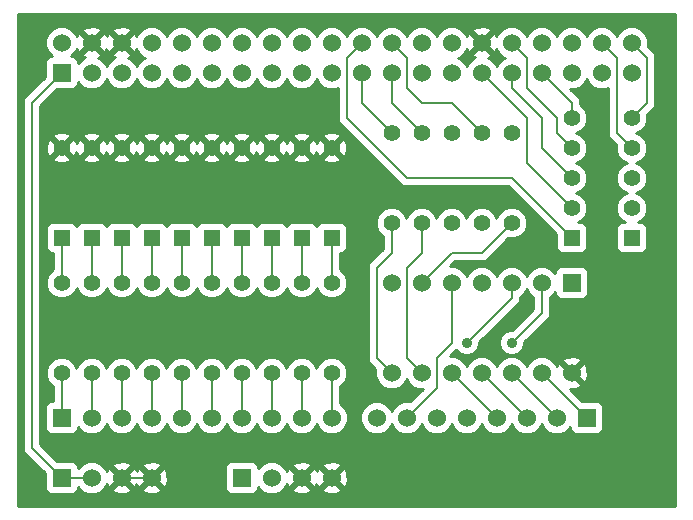
<source format=gbl>
G04 (created by PCBNEW-RS274X (2011-05-25)-stable) date Fri 31 Oct 2014 00:22:57 EDT*
G01*
G70*
G90*
%MOIN*%
G04 Gerber Fmt 3.4, Leading zero omitted, Abs format*
%FSLAX34Y34*%
G04 APERTURE LIST*
%ADD10C,0.006000*%
%ADD11R,0.060000X0.060000*%
%ADD12C,0.060000*%
%ADD13C,0.055000*%
%ADD14R,0.055000X0.055000*%
%ADD15C,0.035000*%
%ADD16C,0.008000*%
%ADD17C,0.010000*%
G04 APERTURE END LIST*
G54D10*
G54D11*
X56500Y-58000D03*
G54D12*
X55500Y-58000D03*
X54500Y-58000D03*
X53500Y-58000D03*
X52500Y-58000D03*
X51500Y-58000D03*
X50500Y-58000D03*
X49500Y-58000D03*
G54D11*
X39000Y-58000D03*
G54D12*
X40000Y-58000D03*
X41000Y-58000D03*
X42000Y-58000D03*
X43000Y-58000D03*
X44000Y-58000D03*
X45000Y-58000D03*
X46000Y-58000D03*
X47000Y-58000D03*
X48000Y-58000D03*
G54D13*
X50000Y-51500D03*
X50000Y-48500D03*
X51000Y-51500D03*
X51000Y-48500D03*
X46000Y-53500D03*
X46000Y-56500D03*
X44000Y-53500D03*
X44000Y-56500D03*
X41000Y-53500D03*
X41000Y-56500D03*
X40000Y-53500D03*
X40000Y-56500D03*
X39000Y-53500D03*
X39000Y-56500D03*
X52000Y-51500D03*
X52000Y-48500D03*
X54000Y-48500D03*
X54000Y-51500D03*
X53000Y-48500D03*
X53000Y-51500D03*
X48000Y-53500D03*
X48000Y-56500D03*
X47000Y-53500D03*
X47000Y-56500D03*
X45000Y-53500D03*
X45000Y-56500D03*
X42000Y-53500D03*
X42000Y-56500D03*
X43000Y-53500D03*
X43000Y-56500D03*
G54D11*
X39000Y-46500D03*
G54D12*
X39000Y-45500D03*
X44000Y-46500D03*
X40000Y-45500D03*
X45000Y-46500D03*
X41000Y-45500D03*
X46000Y-46500D03*
X42000Y-45500D03*
X47000Y-46500D03*
X43000Y-45500D03*
X48000Y-46500D03*
X44000Y-45500D03*
X49000Y-46500D03*
X45000Y-45500D03*
X50000Y-46500D03*
X46000Y-45500D03*
X51000Y-46500D03*
X47000Y-45500D03*
X52000Y-46500D03*
X48000Y-45500D03*
X53000Y-46500D03*
X49000Y-45500D03*
X54000Y-46500D03*
X50000Y-45500D03*
X51000Y-45500D03*
X55000Y-46500D03*
X52000Y-45500D03*
X54000Y-45500D03*
X55000Y-45500D03*
X56000Y-45500D03*
X57000Y-45500D03*
X56000Y-46500D03*
X57000Y-46500D03*
X40000Y-46500D03*
X41000Y-46500D03*
X42000Y-46500D03*
X43000Y-46500D03*
X58000Y-46500D03*
X58000Y-45500D03*
X53000Y-45500D03*
G54D11*
X56000Y-53500D03*
G54D12*
X55000Y-53500D03*
X54000Y-53500D03*
X53000Y-53500D03*
X52000Y-53500D03*
X51000Y-53500D03*
X50000Y-53500D03*
X50000Y-56500D03*
X51000Y-56500D03*
X52000Y-56500D03*
X53000Y-56500D03*
X54000Y-56500D03*
X55000Y-56500D03*
X56000Y-56500D03*
G54D11*
X39000Y-60000D03*
G54D12*
X40000Y-60000D03*
X41000Y-60000D03*
X42000Y-60000D03*
G54D14*
X56000Y-52000D03*
G54D13*
X56000Y-51000D03*
X56000Y-50000D03*
X56000Y-49000D03*
X56000Y-48000D03*
G54D14*
X58000Y-52000D03*
G54D13*
X58000Y-51000D03*
X58000Y-50000D03*
X58000Y-49000D03*
X58000Y-48000D03*
G54D11*
X45000Y-60000D03*
G54D12*
X46000Y-60000D03*
X47000Y-60000D03*
X48000Y-60000D03*
G54D14*
X39000Y-52000D03*
G54D13*
X39000Y-49000D03*
G54D14*
X40000Y-52000D03*
G54D13*
X40000Y-49000D03*
G54D14*
X41000Y-52000D03*
G54D13*
X41000Y-49000D03*
G54D14*
X44000Y-52000D03*
G54D13*
X44000Y-49000D03*
G54D14*
X46000Y-52000D03*
G54D13*
X46000Y-49000D03*
G54D14*
X48000Y-52000D03*
G54D13*
X48000Y-49000D03*
G54D14*
X47000Y-52000D03*
G54D13*
X47000Y-49000D03*
G54D14*
X45000Y-52000D03*
G54D13*
X45000Y-49000D03*
G54D14*
X42000Y-52000D03*
G54D13*
X42000Y-49000D03*
G54D14*
X43000Y-52000D03*
G54D13*
X43000Y-49000D03*
G54D15*
X54000Y-55500D03*
X52500Y-55500D03*
G54D16*
X56000Y-49000D02*
X55500Y-48500D01*
X54500Y-46000D02*
X54000Y-45500D01*
X54500Y-47000D02*
X54500Y-46000D01*
X55500Y-48000D02*
X54500Y-47000D01*
X55500Y-48500D02*
X55500Y-48000D01*
X55000Y-46500D02*
X56000Y-47500D01*
X56000Y-47500D02*
X56000Y-48000D01*
X42000Y-52000D02*
X42000Y-53500D01*
X43000Y-52000D02*
X43000Y-53500D01*
X44000Y-52000D02*
X44000Y-53500D01*
X45000Y-52000D02*
X45000Y-53500D01*
X39000Y-52000D02*
X39000Y-53500D01*
X57000Y-45500D02*
X57500Y-46000D01*
X57500Y-48500D02*
X58000Y-49000D01*
X57500Y-46000D02*
X57500Y-48500D01*
X58000Y-45500D02*
X58500Y-46000D01*
X58500Y-47500D02*
X58000Y-48000D01*
X58500Y-46000D02*
X58500Y-47500D01*
X47000Y-52000D02*
X47000Y-53500D01*
X48000Y-52000D02*
X48000Y-53500D01*
X49000Y-45500D02*
X48500Y-46000D01*
X54000Y-50000D02*
X56000Y-52000D01*
X50500Y-50000D02*
X54000Y-50000D01*
X48500Y-48000D02*
X50500Y-50000D01*
X48500Y-46000D02*
X48500Y-48000D01*
X46000Y-52000D02*
X46000Y-53500D01*
X40000Y-52000D02*
X40000Y-53500D01*
X41000Y-52000D02*
X41000Y-53500D01*
X53000Y-46500D02*
X53500Y-47000D01*
X54500Y-49500D02*
X56000Y-51000D01*
X54500Y-48000D02*
X54500Y-49500D01*
X53500Y-47000D02*
X54500Y-48000D01*
X56000Y-50000D02*
X55000Y-49000D01*
X54000Y-47000D02*
X54000Y-46500D01*
X55000Y-48000D02*
X54000Y-47000D01*
X55000Y-49000D02*
X55000Y-48000D01*
X42000Y-58000D02*
X42000Y-56500D01*
X43000Y-58000D02*
X43000Y-56500D01*
X44000Y-58000D02*
X44000Y-56500D01*
X45000Y-58000D02*
X45000Y-56500D01*
X39000Y-58000D02*
X39000Y-56500D01*
X47000Y-58000D02*
X47000Y-56500D01*
X48000Y-58000D02*
X48000Y-56500D01*
X46000Y-58000D02*
X46000Y-56500D01*
X40000Y-56500D02*
X40000Y-58000D01*
X41000Y-58000D02*
X41000Y-56500D01*
X55000Y-56500D02*
X56500Y-58000D01*
X54000Y-56500D02*
X55500Y-58000D01*
X53000Y-56500D02*
X54500Y-58000D01*
X52000Y-56500D02*
X53500Y-58000D01*
X55000Y-53500D02*
X55000Y-54500D01*
X55000Y-54500D02*
X54000Y-55500D01*
X54000Y-53500D02*
X54000Y-54000D01*
X54000Y-54000D02*
X52500Y-55500D01*
X52000Y-53500D02*
X52000Y-55500D01*
X51500Y-57000D02*
X50500Y-58000D01*
X51500Y-56000D02*
X51500Y-57000D01*
X52000Y-55500D02*
X51500Y-56000D01*
X42000Y-60000D02*
X41000Y-60000D01*
X49000Y-46500D02*
X49000Y-47500D01*
X49000Y-47500D02*
X50000Y-48500D01*
X50000Y-51500D02*
X50000Y-52500D01*
X49500Y-56000D02*
X50000Y-56500D01*
X49500Y-53000D02*
X49500Y-56000D01*
X50000Y-52500D02*
X49500Y-53000D01*
X54000Y-51500D02*
X53000Y-52500D01*
X52000Y-52500D02*
X51000Y-53500D01*
X53000Y-52500D02*
X52000Y-52500D01*
X50000Y-46500D02*
X50000Y-47500D01*
X50000Y-47500D02*
X51000Y-48500D01*
X51000Y-51500D02*
X51000Y-52500D01*
X50500Y-56000D02*
X51000Y-56500D01*
X50500Y-53000D02*
X50500Y-56000D01*
X51000Y-52500D02*
X50500Y-53000D01*
X50000Y-45500D02*
X50500Y-46000D01*
X52000Y-47500D02*
X53000Y-48500D01*
X51000Y-47500D02*
X52000Y-47500D01*
X50500Y-47000D02*
X51000Y-47500D01*
X50500Y-46000D02*
X50500Y-47000D01*
X39000Y-60000D02*
X38000Y-59000D01*
X38000Y-47500D02*
X39000Y-46500D01*
X38000Y-59000D02*
X38000Y-47500D01*
X39000Y-60000D02*
X40000Y-60000D01*
G54D10*
G36*
X59450Y-60950D02*
X58790Y-60950D01*
X58790Y-47500D01*
X58790Y-46000D01*
X58768Y-45889D01*
X58705Y-45795D01*
X58540Y-45630D01*
X58549Y-45609D01*
X58549Y-45391D01*
X58465Y-45189D01*
X58311Y-45035D01*
X58109Y-44951D01*
X57891Y-44951D01*
X57689Y-45035D01*
X57535Y-45189D01*
X57500Y-45273D01*
X57465Y-45189D01*
X57311Y-45035D01*
X57109Y-44951D01*
X56891Y-44951D01*
X56689Y-45035D01*
X56535Y-45189D01*
X56500Y-45273D01*
X56465Y-45189D01*
X56311Y-45035D01*
X56109Y-44951D01*
X55891Y-44951D01*
X55689Y-45035D01*
X55535Y-45189D01*
X55500Y-45273D01*
X55465Y-45189D01*
X55311Y-45035D01*
X55109Y-44951D01*
X54891Y-44951D01*
X54689Y-45035D01*
X54535Y-45189D01*
X54500Y-45273D01*
X54465Y-45189D01*
X54311Y-45035D01*
X54109Y-44951D01*
X53891Y-44951D01*
X53689Y-45035D01*
X53535Y-45189D01*
X53497Y-45280D01*
X53472Y-45219D01*
X53378Y-45192D01*
X53308Y-45262D01*
X53308Y-45122D01*
X53281Y-45028D01*
X53079Y-44957D01*
X52866Y-44968D01*
X52719Y-45028D01*
X52692Y-45122D01*
X53000Y-45429D01*
X53308Y-45122D01*
X53308Y-45262D01*
X53071Y-45500D01*
X53378Y-45808D01*
X53472Y-45781D01*
X53495Y-45715D01*
X53535Y-45811D01*
X53689Y-45965D01*
X53773Y-46000D01*
X53689Y-46035D01*
X53535Y-46189D01*
X53500Y-46273D01*
X53465Y-46189D01*
X53311Y-46035D01*
X53219Y-45997D01*
X53281Y-45972D01*
X53308Y-45878D01*
X53000Y-45571D01*
X52692Y-45878D01*
X52719Y-45972D01*
X52784Y-45995D01*
X52689Y-46035D01*
X52535Y-46189D01*
X52500Y-46273D01*
X52465Y-46189D01*
X52311Y-46035D01*
X52226Y-46000D01*
X52311Y-45965D01*
X52465Y-45811D01*
X52502Y-45719D01*
X52528Y-45781D01*
X52622Y-45808D01*
X52929Y-45500D01*
X52622Y-45192D01*
X52528Y-45219D01*
X52504Y-45284D01*
X52465Y-45189D01*
X52311Y-45035D01*
X52109Y-44951D01*
X51891Y-44951D01*
X51689Y-45035D01*
X51535Y-45189D01*
X51500Y-45273D01*
X51465Y-45189D01*
X51311Y-45035D01*
X51109Y-44951D01*
X50891Y-44951D01*
X50689Y-45035D01*
X50535Y-45189D01*
X50500Y-45273D01*
X50465Y-45189D01*
X50311Y-45035D01*
X50109Y-44951D01*
X49891Y-44951D01*
X49689Y-45035D01*
X49535Y-45189D01*
X49500Y-45273D01*
X49465Y-45189D01*
X49311Y-45035D01*
X49109Y-44951D01*
X48891Y-44951D01*
X48689Y-45035D01*
X48535Y-45189D01*
X48500Y-45273D01*
X48465Y-45189D01*
X48311Y-45035D01*
X48109Y-44951D01*
X47891Y-44951D01*
X47689Y-45035D01*
X47535Y-45189D01*
X47500Y-45273D01*
X47465Y-45189D01*
X47311Y-45035D01*
X47109Y-44951D01*
X46891Y-44951D01*
X46689Y-45035D01*
X46535Y-45189D01*
X46500Y-45273D01*
X46465Y-45189D01*
X46311Y-45035D01*
X46109Y-44951D01*
X45891Y-44951D01*
X45689Y-45035D01*
X45535Y-45189D01*
X45500Y-45273D01*
X45465Y-45189D01*
X45311Y-45035D01*
X45109Y-44951D01*
X44891Y-44951D01*
X44689Y-45035D01*
X44535Y-45189D01*
X44500Y-45273D01*
X44465Y-45189D01*
X44311Y-45035D01*
X44109Y-44951D01*
X43891Y-44951D01*
X43689Y-45035D01*
X43535Y-45189D01*
X43500Y-45273D01*
X43465Y-45189D01*
X43311Y-45035D01*
X43109Y-44951D01*
X42891Y-44951D01*
X42689Y-45035D01*
X42535Y-45189D01*
X42500Y-45273D01*
X42465Y-45189D01*
X42311Y-45035D01*
X42109Y-44951D01*
X41891Y-44951D01*
X41689Y-45035D01*
X41535Y-45189D01*
X41497Y-45280D01*
X41472Y-45219D01*
X41378Y-45192D01*
X41308Y-45262D01*
X41308Y-45122D01*
X41281Y-45028D01*
X41079Y-44957D01*
X40866Y-44968D01*
X40719Y-45028D01*
X40692Y-45122D01*
X41000Y-45429D01*
X41308Y-45122D01*
X41308Y-45262D01*
X41071Y-45500D01*
X41378Y-45808D01*
X41472Y-45781D01*
X41495Y-45715D01*
X41535Y-45811D01*
X41689Y-45965D01*
X41773Y-46000D01*
X41689Y-46035D01*
X41535Y-46189D01*
X41500Y-46273D01*
X41465Y-46189D01*
X41311Y-46035D01*
X41219Y-45997D01*
X41281Y-45972D01*
X41308Y-45878D01*
X41000Y-45571D01*
X40929Y-45641D01*
X40929Y-45500D01*
X40622Y-45192D01*
X40528Y-45219D01*
X40502Y-45292D01*
X40472Y-45219D01*
X40378Y-45192D01*
X40308Y-45262D01*
X40308Y-45122D01*
X40281Y-45028D01*
X40079Y-44957D01*
X39866Y-44968D01*
X39719Y-45028D01*
X39692Y-45122D01*
X40000Y-45429D01*
X40308Y-45122D01*
X40308Y-45262D01*
X40071Y-45500D01*
X40378Y-45808D01*
X40472Y-45781D01*
X40497Y-45707D01*
X40528Y-45781D01*
X40622Y-45808D01*
X40929Y-45500D01*
X40929Y-45641D01*
X40692Y-45878D01*
X40719Y-45972D01*
X40784Y-45995D01*
X40689Y-46035D01*
X40535Y-46189D01*
X40500Y-46273D01*
X40465Y-46189D01*
X40311Y-46035D01*
X40219Y-45997D01*
X40281Y-45972D01*
X40308Y-45878D01*
X40000Y-45571D01*
X39692Y-45878D01*
X39719Y-45972D01*
X39784Y-45995D01*
X39689Y-46035D01*
X39549Y-46175D01*
X39549Y-46151D01*
X39511Y-46059D01*
X39441Y-45989D01*
X39350Y-45951D01*
X39325Y-45951D01*
X39465Y-45811D01*
X39502Y-45719D01*
X39528Y-45781D01*
X39622Y-45808D01*
X39929Y-45500D01*
X39622Y-45192D01*
X39528Y-45219D01*
X39504Y-45284D01*
X39465Y-45189D01*
X39311Y-45035D01*
X39109Y-44951D01*
X38891Y-44951D01*
X38689Y-45035D01*
X38535Y-45189D01*
X38451Y-45391D01*
X38451Y-45609D01*
X38535Y-45811D01*
X38675Y-45951D01*
X38651Y-45951D01*
X38559Y-45989D01*
X38489Y-46059D01*
X38451Y-46150D01*
X38451Y-46249D01*
X38451Y-46639D01*
X37795Y-47295D01*
X37732Y-47389D01*
X37710Y-47500D01*
X37710Y-59000D01*
X37732Y-59111D01*
X37795Y-59205D01*
X38451Y-59861D01*
X38451Y-60349D01*
X38489Y-60441D01*
X38559Y-60511D01*
X38650Y-60549D01*
X38749Y-60549D01*
X39349Y-60549D01*
X39441Y-60511D01*
X39511Y-60441D01*
X39549Y-60350D01*
X39549Y-60325D01*
X39689Y-60465D01*
X39891Y-60549D01*
X40109Y-60549D01*
X40311Y-60465D01*
X40465Y-60311D01*
X40502Y-60219D01*
X40528Y-60281D01*
X40622Y-60308D01*
X40929Y-60000D01*
X40622Y-59692D01*
X40528Y-59719D01*
X40504Y-59784D01*
X40465Y-59689D01*
X40311Y-59535D01*
X40109Y-59451D01*
X39891Y-59451D01*
X39689Y-59535D01*
X39549Y-59675D01*
X39549Y-59651D01*
X39511Y-59559D01*
X39441Y-59489D01*
X39350Y-59451D01*
X39251Y-59451D01*
X38861Y-59451D01*
X38290Y-58880D01*
X38290Y-47620D01*
X38861Y-47049D01*
X39349Y-47049D01*
X39441Y-47011D01*
X39511Y-46941D01*
X39549Y-46850D01*
X39549Y-46825D01*
X39689Y-46965D01*
X39891Y-47049D01*
X40109Y-47049D01*
X40311Y-46965D01*
X40465Y-46811D01*
X40500Y-46726D01*
X40535Y-46811D01*
X40689Y-46965D01*
X40891Y-47049D01*
X41109Y-47049D01*
X41311Y-46965D01*
X41465Y-46811D01*
X41500Y-46726D01*
X41535Y-46811D01*
X41689Y-46965D01*
X41891Y-47049D01*
X42109Y-47049D01*
X42311Y-46965D01*
X42465Y-46811D01*
X42500Y-46726D01*
X42535Y-46811D01*
X42689Y-46965D01*
X42891Y-47049D01*
X43109Y-47049D01*
X43311Y-46965D01*
X43465Y-46811D01*
X43500Y-46726D01*
X43535Y-46811D01*
X43689Y-46965D01*
X43891Y-47049D01*
X44109Y-47049D01*
X44311Y-46965D01*
X44465Y-46811D01*
X44500Y-46726D01*
X44535Y-46811D01*
X44689Y-46965D01*
X44891Y-47049D01*
X45109Y-47049D01*
X45311Y-46965D01*
X45465Y-46811D01*
X45500Y-46726D01*
X45535Y-46811D01*
X45689Y-46965D01*
X45891Y-47049D01*
X46109Y-47049D01*
X46311Y-46965D01*
X46465Y-46811D01*
X46500Y-46726D01*
X46535Y-46811D01*
X46689Y-46965D01*
X46891Y-47049D01*
X47109Y-47049D01*
X47311Y-46965D01*
X47465Y-46811D01*
X47500Y-46726D01*
X47535Y-46811D01*
X47689Y-46965D01*
X47891Y-47049D01*
X48109Y-47049D01*
X48210Y-47007D01*
X48210Y-48000D01*
X48232Y-48111D01*
X48295Y-48205D01*
X50295Y-50205D01*
X50389Y-50268D01*
X50500Y-50290D01*
X53880Y-50290D01*
X55476Y-51886D01*
X55476Y-52324D01*
X55514Y-52416D01*
X55584Y-52486D01*
X55675Y-52524D01*
X55774Y-52524D01*
X56324Y-52524D01*
X56416Y-52486D01*
X56486Y-52416D01*
X56524Y-52325D01*
X56524Y-52226D01*
X56524Y-51676D01*
X56486Y-51584D01*
X56416Y-51514D01*
X56325Y-51476D01*
X56226Y-51476D01*
X56222Y-51476D01*
X56297Y-51445D01*
X56445Y-51298D01*
X56525Y-51105D01*
X56525Y-50896D01*
X56445Y-50703D01*
X56298Y-50555D01*
X56164Y-50499D01*
X56297Y-50445D01*
X56445Y-50298D01*
X56525Y-50105D01*
X56525Y-49896D01*
X56445Y-49703D01*
X56298Y-49555D01*
X56164Y-49499D01*
X56297Y-49445D01*
X56445Y-49298D01*
X56525Y-49105D01*
X56525Y-48896D01*
X56445Y-48703D01*
X56298Y-48555D01*
X56164Y-48499D01*
X56297Y-48445D01*
X56445Y-48298D01*
X56525Y-48105D01*
X56525Y-47896D01*
X56445Y-47703D01*
X56298Y-47555D01*
X56290Y-47551D01*
X56290Y-47500D01*
X56268Y-47389D01*
X56205Y-47295D01*
X55959Y-47049D01*
X56109Y-47049D01*
X56311Y-46965D01*
X56465Y-46811D01*
X56500Y-46726D01*
X56535Y-46811D01*
X56689Y-46965D01*
X56891Y-47049D01*
X57109Y-47049D01*
X57210Y-47007D01*
X57210Y-48500D01*
X57232Y-48611D01*
X57295Y-48705D01*
X57477Y-48887D01*
X57475Y-48895D01*
X57475Y-49104D01*
X57555Y-49297D01*
X57702Y-49445D01*
X57835Y-49500D01*
X57703Y-49555D01*
X57555Y-49702D01*
X57475Y-49895D01*
X57475Y-50104D01*
X57555Y-50297D01*
X57702Y-50445D01*
X57835Y-50500D01*
X57703Y-50555D01*
X57555Y-50702D01*
X57475Y-50895D01*
X57475Y-51104D01*
X57555Y-51297D01*
X57702Y-51445D01*
X57776Y-51476D01*
X57676Y-51476D01*
X57584Y-51514D01*
X57514Y-51584D01*
X57476Y-51675D01*
X57476Y-51774D01*
X57476Y-52324D01*
X57514Y-52416D01*
X57584Y-52486D01*
X57675Y-52524D01*
X57774Y-52524D01*
X58324Y-52524D01*
X58416Y-52486D01*
X58486Y-52416D01*
X58524Y-52325D01*
X58524Y-52226D01*
X58524Y-51676D01*
X58486Y-51584D01*
X58416Y-51514D01*
X58325Y-51476D01*
X58226Y-51476D01*
X58222Y-51476D01*
X58297Y-51445D01*
X58445Y-51298D01*
X58525Y-51105D01*
X58525Y-50896D01*
X58445Y-50703D01*
X58298Y-50555D01*
X58164Y-50499D01*
X58297Y-50445D01*
X58445Y-50298D01*
X58525Y-50105D01*
X58525Y-49896D01*
X58445Y-49703D01*
X58298Y-49555D01*
X58164Y-49499D01*
X58297Y-49445D01*
X58445Y-49298D01*
X58525Y-49105D01*
X58525Y-48896D01*
X58445Y-48703D01*
X58298Y-48555D01*
X58164Y-48499D01*
X58297Y-48445D01*
X58445Y-48298D01*
X58525Y-48105D01*
X58525Y-47896D01*
X58521Y-47888D01*
X58705Y-47705D01*
X58768Y-47611D01*
X58790Y-47500D01*
X58790Y-60950D01*
X57049Y-60950D01*
X57049Y-58350D01*
X57049Y-58251D01*
X57049Y-57651D01*
X57011Y-57559D01*
X56941Y-57489D01*
X56850Y-57451D01*
X56751Y-57451D01*
X56543Y-57451D01*
X56543Y-56579D01*
X56532Y-56366D01*
X56472Y-56219D01*
X56378Y-56192D01*
X56308Y-56262D01*
X56308Y-56122D01*
X56281Y-56028D01*
X56079Y-55957D01*
X55866Y-55968D01*
X55719Y-56028D01*
X55692Y-56122D01*
X56000Y-56429D01*
X56308Y-56122D01*
X56308Y-56262D01*
X56071Y-56500D01*
X56378Y-56808D01*
X56472Y-56781D01*
X56543Y-56579D01*
X56543Y-57451D01*
X56361Y-57451D01*
X55951Y-57041D01*
X56134Y-57032D01*
X56281Y-56972D01*
X56308Y-56878D01*
X56035Y-56606D01*
X56000Y-56571D01*
X55929Y-56500D01*
X55894Y-56465D01*
X55622Y-56192D01*
X55528Y-56219D01*
X55504Y-56284D01*
X55465Y-56189D01*
X55311Y-56035D01*
X55109Y-55951D01*
X54891Y-55951D01*
X54689Y-56035D01*
X54535Y-56189D01*
X54500Y-56273D01*
X54465Y-56189D01*
X54311Y-56035D01*
X54109Y-55951D01*
X53891Y-55951D01*
X53689Y-56035D01*
X53535Y-56189D01*
X53500Y-56273D01*
X53465Y-56189D01*
X53311Y-56035D01*
X53109Y-55951D01*
X52891Y-55951D01*
X52689Y-56035D01*
X52535Y-56189D01*
X52500Y-56273D01*
X52465Y-56189D01*
X52311Y-56035D01*
X52109Y-55951D01*
X51959Y-55951D01*
X52154Y-55755D01*
X52259Y-55860D01*
X52415Y-55925D01*
X52584Y-55925D01*
X52740Y-55861D01*
X52860Y-55741D01*
X52925Y-55585D01*
X52925Y-55485D01*
X54205Y-54205D01*
X54268Y-54111D01*
X54290Y-54000D01*
X54290Y-53973D01*
X54311Y-53965D01*
X54465Y-53811D01*
X54500Y-53726D01*
X54535Y-53811D01*
X54689Y-53965D01*
X54710Y-53973D01*
X54710Y-54380D01*
X54015Y-55075D01*
X53916Y-55075D01*
X53760Y-55139D01*
X53640Y-55259D01*
X53575Y-55415D01*
X53575Y-55584D01*
X53639Y-55740D01*
X53759Y-55860D01*
X53915Y-55925D01*
X54084Y-55925D01*
X54240Y-55861D01*
X54360Y-55741D01*
X54425Y-55585D01*
X54425Y-55485D01*
X55205Y-54705D01*
X55268Y-54611D01*
X55290Y-54500D01*
X55290Y-53973D01*
X55311Y-53965D01*
X55451Y-53825D01*
X55451Y-53849D01*
X55489Y-53941D01*
X55559Y-54011D01*
X55650Y-54049D01*
X55749Y-54049D01*
X56349Y-54049D01*
X56441Y-54011D01*
X56511Y-53941D01*
X56549Y-53850D01*
X56549Y-53751D01*
X56549Y-53151D01*
X56511Y-53059D01*
X56441Y-52989D01*
X56350Y-52951D01*
X56251Y-52951D01*
X55651Y-52951D01*
X55559Y-52989D01*
X55489Y-53059D01*
X55451Y-53150D01*
X55451Y-53175D01*
X55311Y-53035D01*
X55109Y-52951D01*
X54891Y-52951D01*
X54689Y-53035D01*
X54535Y-53189D01*
X54500Y-53273D01*
X54465Y-53189D01*
X54311Y-53035D01*
X54109Y-52951D01*
X53891Y-52951D01*
X53689Y-53035D01*
X53535Y-53189D01*
X53500Y-53273D01*
X53465Y-53189D01*
X53311Y-53035D01*
X53109Y-52951D01*
X52891Y-52951D01*
X52689Y-53035D01*
X52535Y-53189D01*
X52500Y-53273D01*
X52465Y-53189D01*
X52311Y-53035D01*
X52109Y-52951D01*
X51959Y-52951D01*
X52120Y-52790D01*
X53000Y-52790D01*
X53111Y-52768D01*
X53205Y-52705D01*
X53887Y-52022D01*
X53895Y-52025D01*
X54104Y-52025D01*
X54297Y-51945D01*
X54445Y-51798D01*
X54525Y-51605D01*
X54525Y-51396D01*
X54445Y-51203D01*
X54298Y-51055D01*
X54105Y-50975D01*
X53896Y-50975D01*
X53703Y-51055D01*
X53555Y-51202D01*
X53499Y-51335D01*
X53445Y-51203D01*
X53298Y-51055D01*
X53105Y-50975D01*
X52896Y-50975D01*
X52703Y-51055D01*
X52555Y-51202D01*
X52499Y-51335D01*
X52445Y-51203D01*
X52298Y-51055D01*
X52105Y-50975D01*
X51896Y-50975D01*
X51703Y-51055D01*
X51555Y-51202D01*
X51499Y-51335D01*
X51445Y-51203D01*
X51298Y-51055D01*
X51105Y-50975D01*
X50896Y-50975D01*
X50703Y-51055D01*
X50555Y-51202D01*
X50499Y-51335D01*
X50445Y-51203D01*
X50298Y-51055D01*
X50105Y-50975D01*
X49896Y-50975D01*
X49703Y-51055D01*
X49555Y-51202D01*
X49475Y-51395D01*
X49475Y-51604D01*
X49555Y-51797D01*
X49702Y-51945D01*
X49710Y-51948D01*
X49710Y-52380D01*
X49295Y-52795D01*
X49232Y-52889D01*
X49210Y-53000D01*
X49210Y-56000D01*
X49232Y-56111D01*
X49295Y-56205D01*
X49459Y-56369D01*
X49451Y-56391D01*
X49451Y-56609D01*
X49535Y-56811D01*
X49689Y-56965D01*
X49891Y-57049D01*
X50109Y-57049D01*
X50311Y-56965D01*
X50465Y-56811D01*
X50500Y-56726D01*
X50535Y-56811D01*
X50689Y-56965D01*
X50891Y-57049D01*
X51041Y-57049D01*
X50630Y-57459D01*
X50609Y-57451D01*
X50391Y-57451D01*
X50189Y-57535D01*
X50035Y-57689D01*
X50000Y-57773D01*
X49965Y-57689D01*
X49811Y-57535D01*
X49609Y-57451D01*
X49391Y-57451D01*
X49189Y-57535D01*
X49035Y-57689D01*
X48951Y-57891D01*
X48951Y-58109D01*
X49035Y-58311D01*
X49189Y-58465D01*
X49391Y-58549D01*
X49609Y-58549D01*
X49811Y-58465D01*
X49965Y-58311D01*
X50000Y-58226D01*
X50035Y-58311D01*
X50189Y-58465D01*
X50391Y-58549D01*
X50609Y-58549D01*
X50811Y-58465D01*
X50965Y-58311D01*
X51000Y-58226D01*
X51035Y-58311D01*
X51189Y-58465D01*
X51391Y-58549D01*
X51609Y-58549D01*
X51811Y-58465D01*
X51965Y-58311D01*
X52000Y-58226D01*
X52035Y-58311D01*
X52189Y-58465D01*
X52391Y-58549D01*
X52609Y-58549D01*
X52811Y-58465D01*
X52965Y-58311D01*
X53000Y-58226D01*
X53035Y-58311D01*
X53189Y-58465D01*
X53391Y-58549D01*
X53609Y-58549D01*
X53811Y-58465D01*
X53965Y-58311D01*
X54000Y-58226D01*
X54035Y-58311D01*
X54189Y-58465D01*
X54391Y-58549D01*
X54609Y-58549D01*
X54811Y-58465D01*
X54965Y-58311D01*
X55000Y-58226D01*
X55035Y-58311D01*
X55189Y-58465D01*
X55391Y-58549D01*
X55609Y-58549D01*
X55811Y-58465D01*
X55951Y-58325D01*
X55951Y-58349D01*
X55989Y-58441D01*
X56059Y-58511D01*
X56150Y-58549D01*
X56249Y-58549D01*
X56849Y-58549D01*
X56941Y-58511D01*
X57011Y-58441D01*
X57049Y-58350D01*
X57049Y-60950D01*
X48549Y-60950D01*
X48549Y-58109D01*
X48549Y-57891D01*
X48465Y-57689D01*
X48311Y-57535D01*
X48290Y-57526D01*
X48290Y-56947D01*
X48297Y-56945D01*
X48445Y-56798D01*
X48525Y-56605D01*
X48525Y-56396D01*
X48525Y-53605D01*
X48525Y-53396D01*
X48445Y-53203D01*
X48298Y-53055D01*
X48290Y-53051D01*
X48290Y-52524D01*
X48324Y-52524D01*
X48416Y-52486D01*
X48486Y-52416D01*
X48524Y-52325D01*
X48524Y-52226D01*
X48524Y-51676D01*
X48519Y-51663D01*
X48519Y-49074D01*
X48508Y-48870D01*
X48452Y-48733D01*
X48361Y-48710D01*
X48290Y-48781D01*
X48290Y-48639D01*
X48267Y-48548D01*
X48074Y-48481D01*
X47870Y-48492D01*
X47733Y-48548D01*
X47710Y-48639D01*
X48000Y-48929D01*
X48290Y-48639D01*
X48290Y-48781D01*
X48071Y-49000D01*
X48361Y-49290D01*
X48452Y-49267D01*
X48519Y-49074D01*
X48519Y-51663D01*
X48486Y-51584D01*
X48416Y-51514D01*
X48325Y-51476D01*
X48290Y-51476D01*
X48290Y-49361D01*
X48000Y-49071D01*
X47929Y-49142D01*
X47929Y-49000D01*
X47639Y-48710D01*
X47548Y-48733D01*
X47503Y-48859D01*
X47452Y-48733D01*
X47361Y-48710D01*
X47290Y-48781D01*
X47290Y-48639D01*
X47267Y-48548D01*
X47074Y-48481D01*
X46870Y-48492D01*
X46733Y-48548D01*
X46710Y-48639D01*
X47000Y-48929D01*
X47290Y-48639D01*
X47290Y-48781D01*
X47071Y-49000D01*
X47361Y-49290D01*
X47452Y-49267D01*
X47496Y-49140D01*
X47548Y-49267D01*
X47639Y-49290D01*
X47929Y-49000D01*
X47929Y-49142D01*
X47710Y-49361D01*
X47733Y-49452D01*
X47926Y-49519D01*
X48130Y-49508D01*
X48267Y-49452D01*
X48290Y-49361D01*
X48290Y-51476D01*
X48226Y-51476D01*
X47676Y-51476D01*
X47584Y-51514D01*
X47514Y-51584D01*
X47499Y-51617D01*
X47486Y-51584D01*
X47416Y-51514D01*
X47325Y-51476D01*
X47290Y-51476D01*
X47290Y-49361D01*
X47000Y-49071D01*
X46929Y-49142D01*
X46929Y-49000D01*
X46639Y-48710D01*
X46548Y-48733D01*
X46503Y-48859D01*
X46452Y-48733D01*
X46361Y-48710D01*
X46290Y-48781D01*
X46290Y-48639D01*
X46267Y-48548D01*
X46074Y-48481D01*
X45870Y-48492D01*
X45733Y-48548D01*
X45710Y-48639D01*
X46000Y-48929D01*
X46290Y-48639D01*
X46290Y-48781D01*
X46071Y-49000D01*
X46361Y-49290D01*
X46452Y-49267D01*
X46496Y-49140D01*
X46548Y-49267D01*
X46639Y-49290D01*
X46929Y-49000D01*
X46929Y-49142D01*
X46710Y-49361D01*
X46733Y-49452D01*
X46926Y-49519D01*
X47130Y-49508D01*
X47267Y-49452D01*
X47290Y-49361D01*
X47290Y-51476D01*
X47226Y-51476D01*
X46676Y-51476D01*
X46584Y-51514D01*
X46514Y-51584D01*
X46499Y-51617D01*
X46486Y-51584D01*
X46416Y-51514D01*
X46325Y-51476D01*
X46290Y-51476D01*
X46290Y-49361D01*
X46000Y-49071D01*
X45929Y-49142D01*
X45929Y-49000D01*
X45639Y-48710D01*
X45548Y-48733D01*
X45503Y-48859D01*
X45452Y-48733D01*
X45361Y-48710D01*
X45290Y-48781D01*
X45290Y-48639D01*
X45267Y-48548D01*
X45074Y-48481D01*
X44870Y-48492D01*
X44733Y-48548D01*
X44710Y-48639D01*
X45000Y-48929D01*
X45290Y-48639D01*
X45290Y-48781D01*
X45071Y-49000D01*
X45361Y-49290D01*
X45452Y-49267D01*
X45496Y-49140D01*
X45548Y-49267D01*
X45639Y-49290D01*
X45929Y-49000D01*
X45929Y-49142D01*
X45710Y-49361D01*
X45733Y-49452D01*
X45926Y-49519D01*
X46130Y-49508D01*
X46267Y-49452D01*
X46290Y-49361D01*
X46290Y-51476D01*
X46226Y-51476D01*
X45676Y-51476D01*
X45584Y-51514D01*
X45514Y-51584D01*
X45499Y-51617D01*
X45486Y-51584D01*
X45416Y-51514D01*
X45325Y-51476D01*
X45290Y-51476D01*
X45290Y-49361D01*
X45000Y-49071D01*
X44929Y-49142D01*
X44929Y-49000D01*
X44639Y-48710D01*
X44548Y-48733D01*
X44503Y-48859D01*
X44452Y-48733D01*
X44361Y-48710D01*
X44290Y-48781D01*
X44290Y-48639D01*
X44267Y-48548D01*
X44074Y-48481D01*
X43870Y-48492D01*
X43733Y-48548D01*
X43710Y-48639D01*
X44000Y-48929D01*
X44290Y-48639D01*
X44290Y-48781D01*
X44071Y-49000D01*
X44361Y-49290D01*
X44452Y-49267D01*
X44496Y-49140D01*
X44548Y-49267D01*
X44639Y-49290D01*
X44929Y-49000D01*
X44929Y-49142D01*
X44710Y-49361D01*
X44733Y-49452D01*
X44926Y-49519D01*
X45130Y-49508D01*
X45267Y-49452D01*
X45290Y-49361D01*
X45290Y-51476D01*
X45226Y-51476D01*
X44676Y-51476D01*
X44584Y-51514D01*
X44514Y-51584D01*
X44499Y-51617D01*
X44486Y-51584D01*
X44416Y-51514D01*
X44325Y-51476D01*
X44290Y-51476D01*
X44290Y-49361D01*
X44000Y-49071D01*
X43929Y-49142D01*
X43929Y-49000D01*
X43639Y-48710D01*
X43548Y-48733D01*
X43503Y-48859D01*
X43452Y-48733D01*
X43361Y-48710D01*
X43290Y-48781D01*
X43290Y-48639D01*
X43267Y-48548D01*
X43074Y-48481D01*
X42870Y-48492D01*
X42733Y-48548D01*
X42710Y-48639D01*
X43000Y-48929D01*
X43290Y-48639D01*
X43290Y-48781D01*
X43071Y-49000D01*
X43361Y-49290D01*
X43452Y-49267D01*
X43496Y-49140D01*
X43548Y-49267D01*
X43639Y-49290D01*
X43929Y-49000D01*
X43929Y-49142D01*
X43710Y-49361D01*
X43733Y-49452D01*
X43926Y-49519D01*
X44130Y-49508D01*
X44267Y-49452D01*
X44290Y-49361D01*
X44290Y-51476D01*
X44226Y-51476D01*
X43676Y-51476D01*
X43584Y-51514D01*
X43514Y-51584D01*
X43499Y-51617D01*
X43486Y-51584D01*
X43416Y-51514D01*
X43325Y-51476D01*
X43290Y-51476D01*
X43290Y-49361D01*
X43000Y-49071D01*
X42929Y-49142D01*
X42929Y-49000D01*
X42639Y-48710D01*
X42548Y-48733D01*
X42503Y-48859D01*
X42452Y-48733D01*
X42361Y-48710D01*
X42290Y-48781D01*
X42290Y-48639D01*
X42267Y-48548D01*
X42074Y-48481D01*
X41870Y-48492D01*
X41733Y-48548D01*
X41710Y-48639D01*
X42000Y-48929D01*
X42290Y-48639D01*
X42290Y-48781D01*
X42071Y-49000D01*
X42361Y-49290D01*
X42452Y-49267D01*
X42496Y-49140D01*
X42548Y-49267D01*
X42639Y-49290D01*
X42929Y-49000D01*
X42929Y-49142D01*
X42710Y-49361D01*
X42733Y-49452D01*
X42926Y-49519D01*
X43130Y-49508D01*
X43267Y-49452D01*
X43290Y-49361D01*
X43290Y-51476D01*
X43226Y-51476D01*
X42676Y-51476D01*
X42584Y-51514D01*
X42514Y-51584D01*
X42499Y-51617D01*
X42486Y-51584D01*
X42416Y-51514D01*
X42325Y-51476D01*
X42290Y-51476D01*
X42290Y-49361D01*
X42000Y-49071D01*
X41929Y-49142D01*
X41929Y-49000D01*
X41639Y-48710D01*
X41548Y-48733D01*
X41503Y-48859D01*
X41452Y-48733D01*
X41361Y-48710D01*
X41290Y-48781D01*
X41290Y-48639D01*
X41267Y-48548D01*
X41074Y-48481D01*
X40870Y-48492D01*
X40733Y-48548D01*
X40710Y-48639D01*
X41000Y-48929D01*
X41290Y-48639D01*
X41290Y-48781D01*
X41071Y-49000D01*
X41361Y-49290D01*
X41452Y-49267D01*
X41496Y-49140D01*
X41548Y-49267D01*
X41639Y-49290D01*
X41929Y-49000D01*
X41929Y-49142D01*
X41710Y-49361D01*
X41733Y-49452D01*
X41926Y-49519D01*
X42130Y-49508D01*
X42267Y-49452D01*
X42290Y-49361D01*
X42290Y-51476D01*
X42226Y-51476D01*
X41676Y-51476D01*
X41584Y-51514D01*
X41514Y-51584D01*
X41499Y-51617D01*
X41486Y-51584D01*
X41416Y-51514D01*
X41325Y-51476D01*
X41290Y-51476D01*
X41290Y-49361D01*
X41000Y-49071D01*
X40929Y-49142D01*
X40929Y-49000D01*
X40639Y-48710D01*
X40548Y-48733D01*
X40503Y-48859D01*
X40452Y-48733D01*
X40361Y-48710D01*
X40290Y-48781D01*
X40290Y-48639D01*
X40267Y-48548D01*
X40074Y-48481D01*
X39870Y-48492D01*
X39733Y-48548D01*
X39710Y-48639D01*
X40000Y-48929D01*
X40290Y-48639D01*
X40290Y-48781D01*
X40071Y-49000D01*
X40361Y-49290D01*
X40452Y-49267D01*
X40496Y-49140D01*
X40548Y-49267D01*
X40639Y-49290D01*
X40929Y-49000D01*
X40929Y-49142D01*
X40710Y-49361D01*
X40733Y-49452D01*
X40926Y-49519D01*
X41130Y-49508D01*
X41267Y-49452D01*
X41290Y-49361D01*
X41290Y-51476D01*
X41226Y-51476D01*
X40676Y-51476D01*
X40584Y-51514D01*
X40514Y-51584D01*
X40499Y-51617D01*
X40486Y-51584D01*
X40416Y-51514D01*
X40325Y-51476D01*
X40290Y-51476D01*
X40290Y-49361D01*
X40000Y-49071D01*
X39929Y-49142D01*
X39929Y-49000D01*
X39639Y-48710D01*
X39548Y-48733D01*
X39503Y-48859D01*
X39452Y-48733D01*
X39361Y-48710D01*
X39290Y-48781D01*
X39290Y-48639D01*
X39267Y-48548D01*
X39074Y-48481D01*
X38870Y-48492D01*
X38733Y-48548D01*
X38710Y-48639D01*
X39000Y-48929D01*
X39290Y-48639D01*
X39290Y-48781D01*
X39071Y-49000D01*
X39361Y-49290D01*
X39452Y-49267D01*
X39496Y-49140D01*
X39548Y-49267D01*
X39639Y-49290D01*
X39929Y-49000D01*
X39929Y-49142D01*
X39710Y-49361D01*
X39733Y-49452D01*
X39926Y-49519D01*
X40130Y-49508D01*
X40267Y-49452D01*
X40290Y-49361D01*
X40290Y-51476D01*
X40226Y-51476D01*
X39676Y-51476D01*
X39584Y-51514D01*
X39514Y-51584D01*
X39499Y-51617D01*
X39486Y-51584D01*
X39416Y-51514D01*
X39325Y-51476D01*
X39290Y-51476D01*
X39290Y-49361D01*
X39000Y-49071D01*
X38929Y-49142D01*
X38929Y-49000D01*
X38639Y-48710D01*
X38548Y-48733D01*
X38481Y-48926D01*
X38492Y-49130D01*
X38548Y-49267D01*
X38639Y-49290D01*
X38929Y-49000D01*
X38929Y-49142D01*
X38710Y-49361D01*
X38733Y-49452D01*
X38926Y-49519D01*
X39130Y-49508D01*
X39267Y-49452D01*
X39290Y-49361D01*
X39290Y-51476D01*
X39226Y-51476D01*
X38676Y-51476D01*
X38584Y-51514D01*
X38514Y-51584D01*
X38476Y-51675D01*
X38476Y-51774D01*
X38476Y-52324D01*
X38514Y-52416D01*
X38584Y-52486D01*
X38675Y-52524D01*
X38710Y-52524D01*
X38710Y-53052D01*
X38703Y-53055D01*
X38555Y-53202D01*
X38475Y-53395D01*
X38475Y-53604D01*
X38555Y-53797D01*
X38702Y-53945D01*
X38895Y-54025D01*
X39104Y-54025D01*
X39297Y-53945D01*
X39445Y-53798D01*
X39500Y-53664D01*
X39555Y-53797D01*
X39702Y-53945D01*
X39895Y-54025D01*
X40104Y-54025D01*
X40297Y-53945D01*
X40445Y-53798D01*
X40500Y-53664D01*
X40555Y-53797D01*
X40702Y-53945D01*
X40895Y-54025D01*
X41104Y-54025D01*
X41297Y-53945D01*
X41445Y-53798D01*
X41500Y-53664D01*
X41555Y-53797D01*
X41702Y-53945D01*
X41895Y-54025D01*
X42104Y-54025D01*
X42297Y-53945D01*
X42445Y-53798D01*
X42500Y-53664D01*
X42555Y-53797D01*
X42702Y-53945D01*
X42895Y-54025D01*
X43104Y-54025D01*
X43297Y-53945D01*
X43445Y-53798D01*
X43500Y-53664D01*
X43555Y-53797D01*
X43702Y-53945D01*
X43895Y-54025D01*
X44104Y-54025D01*
X44297Y-53945D01*
X44445Y-53798D01*
X44500Y-53664D01*
X44555Y-53797D01*
X44702Y-53945D01*
X44895Y-54025D01*
X45104Y-54025D01*
X45297Y-53945D01*
X45445Y-53798D01*
X45500Y-53664D01*
X45555Y-53797D01*
X45702Y-53945D01*
X45895Y-54025D01*
X46104Y-54025D01*
X46297Y-53945D01*
X46445Y-53798D01*
X46500Y-53664D01*
X46555Y-53797D01*
X46702Y-53945D01*
X46895Y-54025D01*
X47104Y-54025D01*
X47297Y-53945D01*
X47445Y-53798D01*
X47500Y-53664D01*
X47555Y-53797D01*
X47702Y-53945D01*
X47895Y-54025D01*
X48104Y-54025D01*
X48297Y-53945D01*
X48445Y-53798D01*
X48525Y-53605D01*
X48525Y-56396D01*
X48445Y-56203D01*
X48298Y-56055D01*
X48105Y-55975D01*
X47896Y-55975D01*
X47703Y-56055D01*
X47555Y-56202D01*
X47499Y-56335D01*
X47445Y-56203D01*
X47298Y-56055D01*
X47105Y-55975D01*
X46896Y-55975D01*
X46703Y-56055D01*
X46555Y-56202D01*
X46499Y-56335D01*
X46445Y-56203D01*
X46298Y-56055D01*
X46105Y-55975D01*
X45896Y-55975D01*
X45703Y-56055D01*
X45555Y-56202D01*
X45499Y-56335D01*
X45445Y-56203D01*
X45298Y-56055D01*
X45105Y-55975D01*
X44896Y-55975D01*
X44703Y-56055D01*
X44555Y-56202D01*
X44499Y-56335D01*
X44445Y-56203D01*
X44298Y-56055D01*
X44105Y-55975D01*
X43896Y-55975D01*
X43703Y-56055D01*
X43555Y-56202D01*
X43499Y-56335D01*
X43445Y-56203D01*
X43298Y-56055D01*
X43105Y-55975D01*
X42896Y-55975D01*
X42703Y-56055D01*
X42555Y-56202D01*
X42499Y-56335D01*
X42445Y-56203D01*
X42298Y-56055D01*
X42105Y-55975D01*
X41896Y-55975D01*
X41703Y-56055D01*
X41555Y-56202D01*
X41499Y-56335D01*
X41445Y-56203D01*
X41298Y-56055D01*
X41105Y-55975D01*
X40896Y-55975D01*
X40703Y-56055D01*
X40555Y-56202D01*
X40499Y-56335D01*
X40445Y-56203D01*
X40298Y-56055D01*
X40105Y-55975D01*
X39896Y-55975D01*
X39703Y-56055D01*
X39555Y-56202D01*
X39499Y-56335D01*
X39445Y-56203D01*
X39298Y-56055D01*
X39105Y-55975D01*
X38896Y-55975D01*
X38703Y-56055D01*
X38555Y-56202D01*
X38475Y-56395D01*
X38475Y-56604D01*
X38555Y-56797D01*
X38702Y-56945D01*
X38710Y-56948D01*
X38710Y-57451D01*
X38651Y-57451D01*
X38559Y-57489D01*
X38489Y-57559D01*
X38451Y-57650D01*
X38451Y-57749D01*
X38451Y-58349D01*
X38489Y-58441D01*
X38559Y-58511D01*
X38650Y-58549D01*
X38749Y-58549D01*
X39349Y-58549D01*
X39441Y-58511D01*
X39511Y-58441D01*
X39549Y-58350D01*
X39549Y-58325D01*
X39689Y-58465D01*
X39891Y-58549D01*
X40109Y-58549D01*
X40311Y-58465D01*
X40465Y-58311D01*
X40500Y-58226D01*
X40535Y-58311D01*
X40689Y-58465D01*
X40891Y-58549D01*
X41109Y-58549D01*
X41311Y-58465D01*
X41465Y-58311D01*
X41500Y-58226D01*
X41535Y-58311D01*
X41689Y-58465D01*
X41891Y-58549D01*
X42109Y-58549D01*
X42311Y-58465D01*
X42465Y-58311D01*
X42500Y-58226D01*
X42535Y-58311D01*
X42689Y-58465D01*
X42891Y-58549D01*
X43109Y-58549D01*
X43311Y-58465D01*
X43465Y-58311D01*
X43500Y-58226D01*
X43535Y-58311D01*
X43689Y-58465D01*
X43891Y-58549D01*
X44109Y-58549D01*
X44311Y-58465D01*
X44465Y-58311D01*
X44500Y-58226D01*
X44535Y-58311D01*
X44689Y-58465D01*
X44891Y-58549D01*
X45109Y-58549D01*
X45311Y-58465D01*
X45465Y-58311D01*
X45500Y-58226D01*
X45535Y-58311D01*
X45689Y-58465D01*
X45891Y-58549D01*
X46109Y-58549D01*
X46311Y-58465D01*
X46465Y-58311D01*
X46500Y-58226D01*
X46535Y-58311D01*
X46689Y-58465D01*
X46891Y-58549D01*
X47109Y-58549D01*
X47311Y-58465D01*
X47465Y-58311D01*
X47500Y-58226D01*
X47535Y-58311D01*
X47689Y-58465D01*
X47891Y-58549D01*
X48109Y-58549D01*
X48311Y-58465D01*
X48465Y-58311D01*
X48549Y-58109D01*
X48549Y-60950D01*
X48543Y-60950D01*
X48543Y-60079D01*
X48532Y-59866D01*
X48472Y-59719D01*
X48378Y-59692D01*
X48308Y-59762D01*
X48308Y-59622D01*
X48281Y-59528D01*
X48079Y-59457D01*
X47866Y-59468D01*
X47719Y-59528D01*
X47692Y-59622D01*
X48000Y-59929D01*
X48308Y-59622D01*
X48308Y-59762D01*
X48071Y-60000D01*
X48378Y-60308D01*
X48472Y-60281D01*
X48543Y-60079D01*
X48543Y-60950D01*
X48308Y-60950D01*
X48308Y-60378D01*
X48000Y-60071D01*
X47929Y-60141D01*
X47929Y-60000D01*
X47622Y-59692D01*
X47528Y-59719D01*
X47502Y-59792D01*
X47472Y-59719D01*
X47378Y-59692D01*
X47308Y-59762D01*
X47308Y-59622D01*
X47281Y-59528D01*
X47079Y-59457D01*
X46866Y-59468D01*
X46719Y-59528D01*
X46692Y-59622D01*
X47000Y-59929D01*
X47308Y-59622D01*
X47308Y-59762D01*
X47071Y-60000D01*
X47378Y-60308D01*
X47472Y-60281D01*
X47497Y-60207D01*
X47528Y-60281D01*
X47622Y-60308D01*
X47929Y-60000D01*
X47929Y-60141D01*
X47692Y-60378D01*
X47719Y-60472D01*
X47921Y-60543D01*
X48134Y-60532D01*
X48281Y-60472D01*
X48308Y-60378D01*
X48308Y-60950D01*
X47308Y-60950D01*
X47308Y-60378D01*
X47000Y-60071D01*
X46929Y-60141D01*
X46929Y-60000D01*
X46622Y-59692D01*
X46528Y-59719D01*
X46504Y-59784D01*
X46465Y-59689D01*
X46311Y-59535D01*
X46109Y-59451D01*
X45891Y-59451D01*
X45689Y-59535D01*
X45549Y-59675D01*
X45549Y-59651D01*
X45511Y-59559D01*
X45441Y-59489D01*
X45350Y-59451D01*
X45251Y-59451D01*
X44651Y-59451D01*
X44559Y-59489D01*
X44489Y-59559D01*
X44451Y-59650D01*
X44451Y-59749D01*
X44451Y-60349D01*
X44489Y-60441D01*
X44559Y-60511D01*
X44650Y-60549D01*
X44749Y-60549D01*
X45349Y-60549D01*
X45441Y-60511D01*
X45511Y-60441D01*
X45549Y-60350D01*
X45549Y-60325D01*
X45689Y-60465D01*
X45891Y-60549D01*
X46109Y-60549D01*
X46311Y-60465D01*
X46465Y-60311D01*
X46502Y-60219D01*
X46528Y-60281D01*
X46622Y-60308D01*
X46929Y-60000D01*
X46929Y-60141D01*
X46692Y-60378D01*
X46719Y-60472D01*
X46921Y-60543D01*
X47134Y-60532D01*
X47281Y-60472D01*
X47308Y-60378D01*
X47308Y-60950D01*
X42543Y-60950D01*
X42543Y-60079D01*
X42532Y-59866D01*
X42472Y-59719D01*
X42378Y-59692D01*
X42308Y-59762D01*
X42308Y-59622D01*
X42281Y-59528D01*
X42079Y-59457D01*
X41866Y-59468D01*
X41719Y-59528D01*
X41692Y-59622D01*
X42000Y-59929D01*
X42308Y-59622D01*
X42308Y-59762D01*
X42071Y-60000D01*
X42378Y-60308D01*
X42472Y-60281D01*
X42543Y-60079D01*
X42543Y-60950D01*
X42308Y-60950D01*
X42308Y-60378D01*
X42000Y-60071D01*
X41929Y-60141D01*
X41929Y-60000D01*
X41622Y-59692D01*
X41528Y-59719D01*
X41502Y-59792D01*
X41472Y-59719D01*
X41378Y-59692D01*
X41308Y-59762D01*
X41308Y-59622D01*
X41281Y-59528D01*
X41079Y-59457D01*
X40866Y-59468D01*
X40719Y-59528D01*
X40692Y-59622D01*
X41000Y-59929D01*
X41308Y-59622D01*
X41308Y-59762D01*
X41071Y-60000D01*
X41378Y-60308D01*
X41472Y-60281D01*
X41497Y-60207D01*
X41528Y-60281D01*
X41622Y-60308D01*
X41929Y-60000D01*
X41929Y-60141D01*
X41692Y-60378D01*
X41719Y-60472D01*
X41921Y-60543D01*
X42134Y-60532D01*
X42281Y-60472D01*
X42308Y-60378D01*
X42308Y-60950D01*
X41308Y-60950D01*
X41308Y-60378D01*
X41000Y-60071D01*
X40692Y-60378D01*
X40719Y-60472D01*
X40921Y-60543D01*
X41134Y-60532D01*
X41281Y-60472D01*
X41308Y-60378D01*
X41308Y-60950D01*
X37550Y-60950D01*
X37550Y-44550D01*
X59450Y-44550D01*
X59450Y-60950D01*
X59450Y-60950D01*
G37*
G54D17*
X59450Y-60950D02*
X58790Y-60950D01*
X58790Y-47500D01*
X58790Y-46000D01*
X58768Y-45889D01*
X58705Y-45795D01*
X58540Y-45630D01*
X58549Y-45609D01*
X58549Y-45391D01*
X58465Y-45189D01*
X58311Y-45035D01*
X58109Y-44951D01*
X57891Y-44951D01*
X57689Y-45035D01*
X57535Y-45189D01*
X57500Y-45273D01*
X57465Y-45189D01*
X57311Y-45035D01*
X57109Y-44951D01*
X56891Y-44951D01*
X56689Y-45035D01*
X56535Y-45189D01*
X56500Y-45273D01*
X56465Y-45189D01*
X56311Y-45035D01*
X56109Y-44951D01*
X55891Y-44951D01*
X55689Y-45035D01*
X55535Y-45189D01*
X55500Y-45273D01*
X55465Y-45189D01*
X55311Y-45035D01*
X55109Y-44951D01*
X54891Y-44951D01*
X54689Y-45035D01*
X54535Y-45189D01*
X54500Y-45273D01*
X54465Y-45189D01*
X54311Y-45035D01*
X54109Y-44951D01*
X53891Y-44951D01*
X53689Y-45035D01*
X53535Y-45189D01*
X53497Y-45280D01*
X53472Y-45219D01*
X53378Y-45192D01*
X53308Y-45262D01*
X53308Y-45122D01*
X53281Y-45028D01*
X53079Y-44957D01*
X52866Y-44968D01*
X52719Y-45028D01*
X52692Y-45122D01*
X53000Y-45429D01*
X53308Y-45122D01*
X53308Y-45262D01*
X53071Y-45500D01*
X53378Y-45808D01*
X53472Y-45781D01*
X53495Y-45715D01*
X53535Y-45811D01*
X53689Y-45965D01*
X53773Y-46000D01*
X53689Y-46035D01*
X53535Y-46189D01*
X53500Y-46273D01*
X53465Y-46189D01*
X53311Y-46035D01*
X53219Y-45997D01*
X53281Y-45972D01*
X53308Y-45878D01*
X53000Y-45571D01*
X52692Y-45878D01*
X52719Y-45972D01*
X52784Y-45995D01*
X52689Y-46035D01*
X52535Y-46189D01*
X52500Y-46273D01*
X52465Y-46189D01*
X52311Y-46035D01*
X52226Y-46000D01*
X52311Y-45965D01*
X52465Y-45811D01*
X52502Y-45719D01*
X52528Y-45781D01*
X52622Y-45808D01*
X52929Y-45500D01*
X52622Y-45192D01*
X52528Y-45219D01*
X52504Y-45284D01*
X52465Y-45189D01*
X52311Y-45035D01*
X52109Y-44951D01*
X51891Y-44951D01*
X51689Y-45035D01*
X51535Y-45189D01*
X51500Y-45273D01*
X51465Y-45189D01*
X51311Y-45035D01*
X51109Y-44951D01*
X50891Y-44951D01*
X50689Y-45035D01*
X50535Y-45189D01*
X50500Y-45273D01*
X50465Y-45189D01*
X50311Y-45035D01*
X50109Y-44951D01*
X49891Y-44951D01*
X49689Y-45035D01*
X49535Y-45189D01*
X49500Y-45273D01*
X49465Y-45189D01*
X49311Y-45035D01*
X49109Y-44951D01*
X48891Y-44951D01*
X48689Y-45035D01*
X48535Y-45189D01*
X48500Y-45273D01*
X48465Y-45189D01*
X48311Y-45035D01*
X48109Y-44951D01*
X47891Y-44951D01*
X47689Y-45035D01*
X47535Y-45189D01*
X47500Y-45273D01*
X47465Y-45189D01*
X47311Y-45035D01*
X47109Y-44951D01*
X46891Y-44951D01*
X46689Y-45035D01*
X46535Y-45189D01*
X46500Y-45273D01*
X46465Y-45189D01*
X46311Y-45035D01*
X46109Y-44951D01*
X45891Y-44951D01*
X45689Y-45035D01*
X45535Y-45189D01*
X45500Y-45273D01*
X45465Y-45189D01*
X45311Y-45035D01*
X45109Y-44951D01*
X44891Y-44951D01*
X44689Y-45035D01*
X44535Y-45189D01*
X44500Y-45273D01*
X44465Y-45189D01*
X44311Y-45035D01*
X44109Y-44951D01*
X43891Y-44951D01*
X43689Y-45035D01*
X43535Y-45189D01*
X43500Y-45273D01*
X43465Y-45189D01*
X43311Y-45035D01*
X43109Y-44951D01*
X42891Y-44951D01*
X42689Y-45035D01*
X42535Y-45189D01*
X42500Y-45273D01*
X42465Y-45189D01*
X42311Y-45035D01*
X42109Y-44951D01*
X41891Y-44951D01*
X41689Y-45035D01*
X41535Y-45189D01*
X41497Y-45280D01*
X41472Y-45219D01*
X41378Y-45192D01*
X41308Y-45262D01*
X41308Y-45122D01*
X41281Y-45028D01*
X41079Y-44957D01*
X40866Y-44968D01*
X40719Y-45028D01*
X40692Y-45122D01*
X41000Y-45429D01*
X41308Y-45122D01*
X41308Y-45262D01*
X41071Y-45500D01*
X41378Y-45808D01*
X41472Y-45781D01*
X41495Y-45715D01*
X41535Y-45811D01*
X41689Y-45965D01*
X41773Y-46000D01*
X41689Y-46035D01*
X41535Y-46189D01*
X41500Y-46273D01*
X41465Y-46189D01*
X41311Y-46035D01*
X41219Y-45997D01*
X41281Y-45972D01*
X41308Y-45878D01*
X41000Y-45571D01*
X40929Y-45641D01*
X40929Y-45500D01*
X40622Y-45192D01*
X40528Y-45219D01*
X40502Y-45292D01*
X40472Y-45219D01*
X40378Y-45192D01*
X40308Y-45262D01*
X40308Y-45122D01*
X40281Y-45028D01*
X40079Y-44957D01*
X39866Y-44968D01*
X39719Y-45028D01*
X39692Y-45122D01*
X40000Y-45429D01*
X40308Y-45122D01*
X40308Y-45262D01*
X40071Y-45500D01*
X40378Y-45808D01*
X40472Y-45781D01*
X40497Y-45707D01*
X40528Y-45781D01*
X40622Y-45808D01*
X40929Y-45500D01*
X40929Y-45641D01*
X40692Y-45878D01*
X40719Y-45972D01*
X40784Y-45995D01*
X40689Y-46035D01*
X40535Y-46189D01*
X40500Y-46273D01*
X40465Y-46189D01*
X40311Y-46035D01*
X40219Y-45997D01*
X40281Y-45972D01*
X40308Y-45878D01*
X40000Y-45571D01*
X39692Y-45878D01*
X39719Y-45972D01*
X39784Y-45995D01*
X39689Y-46035D01*
X39549Y-46175D01*
X39549Y-46151D01*
X39511Y-46059D01*
X39441Y-45989D01*
X39350Y-45951D01*
X39325Y-45951D01*
X39465Y-45811D01*
X39502Y-45719D01*
X39528Y-45781D01*
X39622Y-45808D01*
X39929Y-45500D01*
X39622Y-45192D01*
X39528Y-45219D01*
X39504Y-45284D01*
X39465Y-45189D01*
X39311Y-45035D01*
X39109Y-44951D01*
X38891Y-44951D01*
X38689Y-45035D01*
X38535Y-45189D01*
X38451Y-45391D01*
X38451Y-45609D01*
X38535Y-45811D01*
X38675Y-45951D01*
X38651Y-45951D01*
X38559Y-45989D01*
X38489Y-46059D01*
X38451Y-46150D01*
X38451Y-46249D01*
X38451Y-46639D01*
X37795Y-47295D01*
X37732Y-47389D01*
X37710Y-47500D01*
X37710Y-59000D01*
X37732Y-59111D01*
X37795Y-59205D01*
X38451Y-59861D01*
X38451Y-60349D01*
X38489Y-60441D01*
X38559Y-60511D01*
X38650Y-60549D01*
X38749Y-60549D01*
X39349Y-60549D01*
X39441Y-60511D01*
X39511Y-60441D01*
X39549Y-60350D01*
X39549Y-60325D01*
X39689Y-60465D01*
X39891Y-60549D01*
X40109Y-60549D01*
X40311Y-60465D01*
X40465Y-60311D01*
X40502Y-60219D01*
X40528Y-60281D01*
X40622Y-60308D01*
X40929Y-60000D01*
X40622Y-59692D01*
X40528Y-59719D01*
X40504Y-59784D01*
X40465Y-59689D01*
X40311Y-59535D01*
X40109Y-59451D01*
X39891Y-59451D01*
X39689Y-59535D01*
X39549Y-59675D01*
X39549Y-59651D01*
X39511Y-59559D01*
X39441Y-59489D01*
X39350Y-59451D01*
X39251Y-59451D01*
X38861Y-59451D01*
X38290Y-58880D01*
X38290Y-47620D01*
X38861Y-47049D01*
X39349Y-47049D01*
X39441Y-47011D01*
X39511Y-46941D01*
X39549Y-46850D01*
X39549Y-46825D01*
X39689Y-46965D01*
X39891Y-47049D01*
X40109Y-47049D01*
X40311Y-46965D01*
X40465Y-46811D01*
X40500Y-46726D01*
X40535Y-46811D01*
X40689Y-46965D01*
X40891Y-47049D01*
X41109Y-47049D01*
X41311Y-46965D01*
X41465Y-46811D01*
X41500Y-46726D01*
X41535Y-46811D01*
X41689Y-46965D01*
X41891Y-47049D01*
X42109Y-47049D01*
X42311Y-46965D01*
X42465Y-46811D01*
X42500Y-46726D01*
X42535Y-46811D01*
X42689Y-46965D01*
X42891Y-47049D01*
X43109Y-47049D01*
X43311Y-46965D01*
X43465Y-46811D01*
X43500Y-46726D01*
X43535Y-46811D01*
X43689Y-46965D01*
X43891Y-47049D01*
X44109Y-47049D01*
X44311Y-46965D01*
X44465Y-46811D01*
X44500Y-46726D01*
X44535Y-46811D01*
X44689Y-46965D01*
X44891Y-47049D01*
X45109Y-47049D01*
X45311Y-46965D01*
X45465Y-46811D01*
X45500Y-46726D01*
X45535Y-46811D01*
X45689Y-46965D01*
X45891Y-47049D01*
X46109Y-47049D01*
X46311Y-46965D01*
X46465Y-46811D01*
X46500Y-46726D01*
X46535Y-46811D01*
X46689Y-46965D01*
X46891Y-47049D01*
X47109Y-47049D01*
X47311Y-46965D01*
X47465Y-46811D01*
X47500Y-46726D01*
X47535Y-46811D01*
X47689Y-46965D01*
X47891Y-47049D01*
X48109Y-47049D01*
X48210Y-47007D01*
X48210Y-48000D01*
X48232Y-48111D01*
X48295Y-48205D01*
X50295Y-50205D01*
X50389Y-50268D01*
X50500Y-50290D01*
X53880Y-50290D01*
X55476Y-51886D01*
X55476Y-52324D01*
X55514Y-52416D01*
X55584Y-52486D01*
X55675Y-52524D01*
X55774Y-52524D01*
X56324Y-52524D01*
X56416Y-52486D01*
X56486Y-52416D01*
X56524Y-52325D01*
X56524Y-52226D01*
X56524Y-51676D01*
X56486Y-51584D01*
X56416Y-51514D01*
X56325Y-51476D01*
X56226Y-51476D01*
X56222Y-51476D01*
X56297Y-51445D01*
X56445Y-51298D01*
X56525Y-51105D01*
X56525Y-50896D01*
X56445Y-50703D01*
X56298Y-50555D01*
X56164Y-50499D01*
X56297Y-50445D01*
X56445Y-50298D01*
X56525Y-50105D01*
X56525Y-49896D01*
X56445Y-49703D01*
X56298Y-49555D01*
X56164Y-49499D01*
X56297Y-49445D01*
X56445Y-49298D01*
X56525Y-49105D01*
X56525Y-48896D01*
X56445Y-48703D01*
X56298Y-48555D01*
X56164Y-48499D01*
X56297Y-48445D01*
X56445Y-48298D01*
X56525Y-48105D01*
X56525Y-47896D01*
X56445Y-47703D01*
X56298Y-47555D01*
X56290Y-47551D01*
X56290Y-47500D01*
X56268Y-47389D01*
X56205Y-47295D01*
X55959Y-47049D01*
X56109Y-47049D01*
X56311Y-46965D01*
X56465Y-46811D01*
X56500Y-46726D01*
X56535Y-46811D01*
X56689Y-46965D01*
X56891Y-47049D01*
X57109Y-47049D01*
X57210Y-47007D01*
X57210Y-48500D01*
X57232Y-48611D01*
X57295Y-48705D01*
X57477Y-48887D01*
X57475Y-48895D01*
X57475Y-49104D01*
X57555Y-49297D01*
X57702Y-49445D01*
X57835Y-49500D01*
X57703Y-49555D01*
X57555Y-49702D01*
X57475Y-49895D01*
X57475Y-50104D01*
X57555Y-50297D01*
X57702Y-50445D01*
X57835Y-50500D01*
X57703Y-50555D01*
X57555Y-50702D01*
X57475Y-50895D01*
X57475Y-51104D01*
X57555Y-51297D01*
X57702Y-51445D01*
X57776Y-51476D01*
X57676Y-51476D01*
X57584Y-51514D01*
X57514Y-51584D01*
X57476Y-51675D01*
X57476Y-51774D01*
X57476Y-52324D01*
X57514Y-52416D01*
X57584Y-52486D01*
X57675Y-52524D01*
X57774Y-52524D01*
X58324Y-52524D01*
X58416Y-52486D01*
X58486Y-52416D01*
X58524Y-52325D01*
X58524Y-52226D01*
X58524Y-51676D01*
X58486Y-51584D01*
X58416Y-51514D01*
X58325Y-51476D01*
X58226Y-51476D01*
X58222Y-51476D01*
X58297Y-51445D01*
X58445Y-51298D01*
X58525Y-51105D01*
X58525Y-50896D01*
X58445Y-50703D01*
X58298Y-50555D01*
X58164Y-50499D01*
X58297Y-50445D01*
X58445Y-50298D01*
X58525Y-50105D01*
X58525Y-49896D01*
X58445Y-49703D01*
X58298Y-49555D01*
X58164Y-49499D01*
X58297Y-49445D01*
X58445Y-49298D01*
X58525Y-49105D01*
X58525Y-48896D01*
X58445Y-48703D01*
X58298Y-48555D01*
X58164Y-48499D01*
X58297Y-48445D01*
X58445Y-48298D01*
X58525Y-48105D01*
X58525Y-47896D01*
X58521Y-47888D01*
X58705Y-47705D01*
X58768Y-47611D01*
X58790Y-47500D01*
X58790Y-60950D01*
X57049Y-60950D01*
X57049Y-58350D01*
X57049Y-58251D01*
X57049Y-57651D01*
X57011Y-57559D01*
X56941Y-57489D01*
X56850Y-57451D01*
X56751Y-57451D01*
X56543Y-57451D01*
X56543Y-56579D01*
X56532Y-56366D01*
X56472Y-56219D01*
X56378Y-56192D01*
X56308Y-56262D01*
X56308Y-56122D01*
X56281Y-56028D01*
X56079Y-55957D01*
X55866Y-55968D01*
X55719Y-56028D01*
X55692Y-56122D01*
X56000Y-56429D01*
X56308Y-56122D01*
X56308Y-56262D01*
X56071Y-56500D01*
X56378Y-56808D01*
X56472Y-56781D01*
X56543Y-56579D01*
X56543Y-57451D01*
X56361Y-57451D01*
X55951Y-57041D01*
X56134Y-57032D01*
X56281Y-56972D01*
X56308Y-56878D01*
X56035Y-56606D01*
X56000Y-56571D01*
X55929Y-56500D01*
X55894Y-56465D01*
X55622Y-56192D01*
X55528Y-56219D01*
X55504Y-56284D01*
X55465Y-56189D01*
X55311Y-56035D01*
X55109Y-55951D01*
X54891Y-55951D01*
X54689Y-56035D01*
X54535Y-56189D01*
X54500Y-56273D01*
X54465Y-56189D01*
X54311Y-56035D01*
X54109Y-55951D01*
X53891Y-55951D01*
X53689Y-56035D01*
X53535Y-56189D01*
X53500Y-56273D01*
X53465Y-56189D01*
X53311Y-56035D01*
X53109Y-55951D01*
X52891Y-55951D01*
X52689Y-56035D01*
X52535Y-56189D01*
X52500Y-56273D01*
X52465Y-56189D01*
X52311Y-56035D01*
X52109Y-55951D01*
X51959Y-55951D01*
X52154Y-55755D01*
X52259Y-55860D01*
X52415Y-55925D01*
X52584Y-55925D01*
X52740Y-55861D01*
X52860Y-55741D01*
X52925Y-55585D01*
X52925Y-55485D01*
X54205Y-54205D01*
X54268Y-54111D01*
X54290Y-54000D01*
X54290Y-53973D01*
X54311Y-53965D01*
X54465Y-53811D01*
X54500Y-53726D01*
X54535Y-53811D01*
X54689Y-53965D01*
X54710Y-53973D01*
X54710Y-54380D01*
X54015Y-55075D01*
X53916Y-55075D01*
X53760Y-55139D01*
X53640Y-55259D01*
X53575Y-55415D01*
X53575Y-55584D01*
X53639Y-55740D01*
X53759Y-55860D01*
X53915Y-55925D01*
X54084Y-55925D01*
X54240Y-55861D01*
X54360Y-55741D01*
X54425Y-55585D01*
X54425Y-55485D01*
X55205Y-54705D01*
X55268Y-54611D01*
X55290Y-54500D01*
X55290Y-53973D01*
X55311Y-53965D01*
X55451Y-53825D01*
X55451Y-53849D01*
X55489Y-53941D01*
X55559Y-54011D01*
X55650Y-54049D01*
X55749Y-54049D01*
X56349Y-54049D01*
X56441Y-54011D01*
X56511Y-53941D01*
X56549Y-53850D01*
X56549Y-53751D01*
X56549Y-53151D01*
X56511Y-53059D01*
X56441Y-52989D01*
X56350Y-52951D01*
X56251Y-52951D01*
X55651Y-52951D01*
X55559Y-52989D01*
X55489Y-53059D01*
X55451Y-53150D01*
X55451Y-53175D01*
X55311Y-53035D01*
X55109Y-52951D01*
X54891Y-52951D01*
X54689Y-53035D01*
X54535Y-53189D01*
X54500Y-53273D01*
X54465Y-53189D01*
X54311Y-53035D01*
X54109Y-52951D01*
X53891Y-52951D01*
X53689Y-53035D01*
X53535Y-53189D01*
X53500Y-53273D01*
X53465Y-53189D01*
X53311Y-53035D01*
X53109Y-52951D01*
X52891Y-52951D01*
X52689Y-53035D01*
X52535Y-53189D01*
X52500Y-53273D01*
X52465Y-53189D01*
X52311Y-53035D01*
X52109Y-52951D01*
X51959Y-52951D01*
X52120Y-52790D01*
X53000Y-52790D01*
X53111Y-52768D01*
X53205Y-52705D01*
X53887Y-52022D01*
X53895Y-52025D01*
X54104Y-52025D01*
X54297Y-51945D01*
X54445Y-51798D01*
X54525Y-51605D01*
X54525Y-51396D01*
X54445Y-51203D01*
X54298Y-51055D01*
X54105Y-50975D01*
X53896Y-50975D01*
X53703Y-51055D01*
X53555Y-51202D01*
X53499Y-51335D01*
X53445Y-51203D01*
X53298Y-51055D01*
X53105Y-50975D01*
X52896Y-50975D01*
X52703Y-51055D01*
X52555Y-51202D01*
X52499Y-51335D01*
X52445Y-51203D01*
X52298Y-51055D01*
X52105Y-50975D01*
X51896Y-50975D01*
X51703Y-51055D01*
X51555Y-51202D01*
X51499Y-51335D01*
X51445Y-51203D01*
X51298Y-51055D01*
X51105Y-50975D01*
X50896Y-50975D01*
X50703Y-51055D01*
X50555Y-51202D01*
X50499Y-51335D01*
X50445Y-51203D01*
X50298Y-51055D01*
X50105Y-50975D01*
X49896Y-50975D01*
X49703Y-51055D01*
X49555Y-51202D01*
X49475Y-51395D01*
X49475Y-51604D01*
X49555Y-51797D01*
X49702Y-51945D01*
X49710Y-51948D01*
X49710Y-52380D01*
X49295Y-52795D01*
X49232Y-52889D01*
X49210Y-53000D01*
X49210Y-56000D01*
X49232Y-56111D01*
X49295Y-56205D01*
X49459Y-56369D01*
X49451Y-56391D01*
X49451Y-56609D01*
X49535Y-56811D01*
X49689Y-56965D01*
X49891Y-57049D01*
X50109Y-57049D01*
X50311Y-56965D01*
X50465Y-56811D01*
X50500Y-56726D01*
X50535Y-56811D01*
X50689Y-56965D01*
X50891Y-57049D01*
X51041Y-57049D01*
X50630Y-57459D01*
X50609Y-57451D01*
X50391Y-57451D01*
X50189Y-57535D01*
X50035Y-57689D01*
X50000Y-57773D01*
X49965Y-57689D01*
X49811Y-57535D01*
X49609Y-57451D01*
X49391Y-57451D01*
X49189Y-57535D01*
X49035Y-57689D01*
X48951Y-57891D01*
X48951Y-58109D01*
X49035Y-58311D01*
X49189Y-58465D01*
X49391Y-58549D01*
X49609Y-58549D01*
X49811Y-58465D01*
X49965Y-58311D01*
X50000Y-58226D01*
X50035Y-58311D01*
X50189Y-58465D01*
X50391Y-58549D01*
X50609Y-58549D01*
X50811Y-58465D01*
X50965Y-58311D01*
X51000Y-58226D01*
X51035Y-58311D01*
X51189Y-58465D01*
X51391Y-58549D01*
X51609Y-58549D01*
X51811Y-58465D01*
X51965Y-58311D01*
X52000Y-58226D01*
X52035Y-58311D01*
X52189Y-58465D01*
X52391Y-58549D01*
X52609Y-58549D01*
X52811Y-58465D01*
X52965Y-58311D01*
X53000Y-58226D01*
X53035Y-58311D01*
X53189Y-58465D01*
X53391Y-58549D01*
X53609Y-58549D01*
X53811Y-58465D01*
X53965Y-58311D01*
X54000Y-58226D01*
X54035Y-58311D01*
X54189Y-58465D01*
X54391Y-58549D01*
X54609Y-58549D01*
X54811Y-58465D01*
X54965Y-58311D01*
X55000Y-58226D01*
X55035Y-58311D01*
X55189Y-58465D01*
X55391Y-58549D01*
X55609Y-58549D01*
X55811Y-58465D01*
X55951Y-58325D01*
X55951Y-58349D01*
X55989Y-58441D01*
X56059Y-58511D01*
X56150Y-58549D01*
X56249Y-58549D01*
X56849Y-58549D01*
X56941Y-58511D01*
X57011Y-58441D01*
X57049Y-58350D01*
X57049Y-60950D01*
X48549Y-60950D01*
X48549Y-58109D01*
X48549Y-57891D01*
X48465Y-57689D01*
X48311Y-57535D01*
X48290Y-57526D01*
X48290Y-56947D01*
X48297Y-56945D01*
X48445Y-56798D01*
X48525Y-56605D01*
X48525Y-56396D01*
X48525Y-53605D01*
X48525Y-53396D01*
X48445Y-53203D01*
X48298Y-53055D01*
X48290Y-53051D01*
X48290Y-52524D01*
X48324Y-52524D01*
X48416Y-52486D01*
X48486Y-52416D01*
X48524Y-52325D01*
X48524Y-52226D01*
X48524Y-51676D01*
X48519Y-51663D01*
X48519Y-49074D01*
X48508Y-48870D01*
X48452Y-48733D01*
X48361Y-48710D01*
X48290Y-48781D01*
X48290Y-48639D01*
X48267Y-48548D01*
X48074Y-48481D01*
X47870Y-48492D01*
X47733Y-48548D01*
X47710Y-48639D01*
X48000Y-48929D01*
X48290Y-48639D01*
X48290Y-48781D01*
X48071Y-49000D01*
X48361Y-49290D01*
X48452Y-49267D01*
X48519Y-49074D01*
X48519Y-51663D01*
X48486Y-51584D01*
X48416Y-51514D01*
X48325Y-51476D01*
X48290Y-51476D01*
X48290Y-49361D01*
X48000Y-49071D01*
X47929Y-49142D01*
X47929Y-49000D01*
X47639Y-48710D01*
X47548Y-48733D01*
X47503Y-48859D01*
X47452Y-48733D01*
X47361Y-48710D01*
X47290Y-48781D01*
X47290Y-48639D01*
X47267Y-48548D01*
X47074Y-48481D01*
X46870Y-48492D01*
X46733Y-48548D01*
X46710Y-48639D01*
X47000Y-48929D01*
X47290Y-48639D01*
X47290Y-48781D01*
X47071Y-49000D01*
X47361Y-49290D01*
X47452Y-49267D01*
X47496Y-49140D01*
X47548Y-49267D01*
X47639Y-49290D01*
X47929Y-49000D01*
X47929Y-49142D01*
X47710Y-49361D01*
X47733Y-49452D01*
X47926Y-49519D01*
X48130Y-49508D01*
X48267Y-49452D01*
X48290Y-49361D01*
X48290Y-51476D01*
X48226Y-51476D01*
X47676Y-51476D01*
X47584Y-51514D01*
X47514Y-51584D01*
X47499Y-51617D01*
X47486Y-51584D01*
X47416Y-51514D01*
X47325Y-51476D01*
X47290Y-51476D01*
X47290Y-49361D01*
X47000Y-49071D01*
X46929Y-49142D01*
X46929Y-49000D01*
X46639Y-48710D01*
X46548Y-48733D01*
X46503Y-48859D01*
X46452Y-48733D01*
X46361Y-48710D01*
X46290Y-48781D01*
X46290Y-48639D01*
X46267Y-48548D01*
X46074Y-48481D01*
X45870Y-48492D01*
X45733Y-48548D01*
X45710Y-48639D01*
X46000Y-48929D01*
X46290Y-48639D01*
X46290Y-48781D01*
X46071Y-49000D01*
X46361Y-49290D01*
X46452Y-49267D01*
X46496Y-49140D01*
X46548Y-49267D01*
X46639Y-49290D01*
X46929Y-49000D01*
X46929Y-49142D01*
X46710Y-49361D01*
X46733Y-49452D01*
X46926Y-49519D01*
X47130Y-49508D01*
X47267Y-49452D01*
X47290Y-49361D01*
X47290Y-51476D01*
X47226Y-51476D01*
X46676Y-51476D01*
X46584Y-51514D01*
X46514Y-51584D01*
X46499Y-51617D01*
X46486Y-51584D01*
X46416Y-51514D01*
X46325Y-51476D01*
X46290Y-51476D01*
X46290Y-49361D01*
X46000Y-49071D01*
X45929Y-49142D01*
X45929Y-49000D01*
X45639Y-48710D01*
X45548Y-48733D01*
X45503Y-48859D01*
X45452Y-48733D01*
X45361Y-48710D01*
X45290Y-48781D01*
X45290Y-48639D01*
X45267Y-48548D01*
X45074Y-48481D01*
X44870Y-48492D01*
X44733Y-48548D01*
X44710Y-48639D01*
X45000Y-48929D01*
X45290Y-48639D01*
X45290Y-48781D01*
X45071Y-49000D01*
X45361Y-49290D01*
X45452Y-49267D01*
X45496Y-49140D01*
X45548Y-49267D01*
X45639Y-49290D01*
X45929Y-49000D01*
X45929Y-49142D01*
X45710Y-49361D01*
X45733Y-49452D01*
X45926Y-49519D01*
X46130Y-49508D01*
X46267Y-49452D01*
X46290Y-49361D01*
X46290Y-51476D01*
X46226Y-51476D01*
X45676Y-51476D01*
X45584Y-51514D01*
X45514Y-51584D01*
X45499Y-51617D01*
X45486Y-51584D01*
X45416Y-51514D01*
X45325Y-51476D01*
X45290Y-51476D01*
X45290Y-49361D01*
X45000Y-49071D01*
X44929Y-49142D01*
X44929Y-49000D01*
X44639Y-48710D01*
X44548Y-48733D01*
X44503Y-48859D01*
X44452Y-48733D01*
X44361Y-48710D01*
X44290Y-48781D01*
X44290Y-48639D01*
X44267Y-48548D01*
X44074Y-48481D01*
X43870Y-48492D01*
X43733Y-48548D01*
X43710Y-48639D01*
X44000Y-48929D01*
X44290Y-48639D01*
X44290Y-48781D01*
X44071Y-49000D01*
X44361Y-49290D01*
X44452Y-49267D01*
X44496Y-49140D01*
X44548Y-49267D01*
X44639Y-49290D01*
X44929Y-49000D01*
X44929Y-49142D01*
X44710Y-49361D01*
X44733Y-49452D01*
X44926Y-49519D01*
X45130Y-49508D01*
X45267Y-49452D01*
X45290Y-49361D01*
X45290Y-51476D01*
X45226Y-51476D01*
X44676Y-51476D01*
X44584Y-51514D01*
X44514Y-51584D01*
X44499Y-51617D01*
X44486Y-51584D01*
X44416Y-51514D01*
X44325Y-51476D01*
X44290Y-51476D01*
X44290Y-49361D01*
X44000Y-49071D01*
X43929Y-49142D01*
X43929Y-49000D01*
X43639Y-48710D01*
X43548Y-48733D01*
X43503Y-48859D01*
X43452Y-48733D01*
X43361Y-48710D01*
X43290Y-48781D01*
X43290Y-48639D01*
X43267Y-48548D01*
X43074Y-48481D01*
X42870Y-48492D01*
X42733Y-48548D01*
X42710Y-48639D01*
X43000Y-48929D01*
X43290Y-48639D01*
X43290Y-48781D01*
X43071Y-49000D01*
X43361Y-49290D01*
X43452Y-49267D01*
X43496Y-49140D01*
X43548Y-49267D01*
X43639Y-49290D01*
X43929Y-49000D01*
X43929Y-49142D01*
X43710Y-49361D01*
X43733Y-49452D01*
X43926Y-49519D01*
X44130Y-49508D01*
X44267Y-49452D01*
X44290Y-49361D01*
X44290Y-51476D01*
X44226Y-51476D01*
X43676Y-51476D01*
X43584Y-51514D01*
X43514Y-51584D01*
X43499Y-51617D01*
X43486Y-51584D01*
X43416Y-51514D01*
X43325Y-51476D01*
X43290Y-51476D01*
X43290Y-49361D01*
X43000Y-49071D01*
X42929Y-49142D01*
X42929Y-49000D01*
X42639Y-48710D01*
X42548Y-48733D01*
X42503Y-48859D01*
X42452Y-48733D01*
X42361Y-48710D01*
X42290Y-48781D01*
X42290Y-48639D01*
X42267Y-48548D01*
X42074Y-48481D01*
X41870Y-48492D01*
X41733Y-48548D01*
X41710Y-48639D01*
X42000Y-48929D01*
X42290Y-48639D01*
X42290Y-48781D01*
X42071Y-49000D01*
X42361Y-49290D01*
X42452Y-49267D01*
X42496Y-49140D01*
X42548Y-49267D01*
X42639Y-49290D01*
X42929Y-49000D01*
X42929Y-49142D01*
X42710Y-49361D01*
X42733Y-49452D01*
X42926Y-49519D01*
X43130Y-49508D01*
X43267Y-49452D01*
X43290Y-49361D01*
X43290Y-51476D01*
X43226Y-51476D01*
X42676Y-51476D01*
X42584Y-51514D01*
X42514Y-51584D01*
X42499Y-51617D01*
X42486Y-51584D01*
X42416Y-51514D01*
X42325Y-51476D01*
X42290Y-51476D01*
X42290Y-49361D01*
X42000Y-49071D01*
X41929Y-49142D01*
X41929Y-49000D01*
X41639Y-48710D01*
X41548Y-48733D01*
X41503Y-48859D01*
X41452Y-48733D01*
X41361Y-48710D01*
X41290Y-48781D01*
X41290Y-48639D01*
X41267Y-48548D01*
X41074Y-48481D01*
X40870Y-48492D01*
X40733Y-48548D01*
X40710Y-48639D01*
X41000Y-48929D01*
X41290Y-48639D01*
X41290Y-48781D01*
X41071Y-49000D01*
X41361Y-49290D01*
X41452Y-49267D01*
X41496Y-49140D01*
X41548Y-49267D01*
X41639Y-49290D01*
X41929Y-49000D01*
X41929Y-49142D01*
X41710Y-49361D01*
X41733Y-49452D01*
X41926Y-49519D01*
X42130Y-49508D01*
X42267Y-49452D01*
X42290Y-49361D01*
X42290Y-51476D01*
X42226Y-51476D01*
X41676Y-51476D01*
X41584Y-51514D01*
X41514Y-51584D01*
X41499Y-51617D01*
X41486Y-51584D01*
X41416Y-51514D01*
X41325Y-51476D01*
X41290Y-51476D01*
X41290Y-49361D01*
X41000Y-49071D01*
X40929Y-49142D01*
X40929Y-49000D01*
X40639Y-48710D01*
X40548Y-48733D01*
X40503Y-48859D01*
X40452Y-48733D01*
X40361Y-48710D01*
X40290Y-48781D01*
X40290Y-48639D01*
X40267Y-48548D01*
X40074Y-48481D01*
X39870Y-48492D01*
X39733Y-48548D01*
X39710Y-48639D01*
X40000Y-48929D01*
X40290Y-48639D01*
X40290Y-48781D01*
X40071Y-49000D01*
X40361Y-49290D01*
X40452Y-49267D01*
X40496Y-49140D01*
X40548Y-49267D01*
X40639Y-49290D01*
X40929Y-49000D01*
X40929Y-49142D01*
X40710Y-49361D01*
X40733Y-49452D01*
X40926Y-49519D01*
X41130Y-49508D01*
X41267Y-49452D01*
X41290Y-49361D01*
X41290Y-51476D01*
X41226Y-51476D01*
X40676Y-51476D01*
X40584Y-51514D01*
X40514Y-51584D01*
X40499Y-51617D01*
X40486Y-51584D01*
X40416Y-51514D01*
X40325Y-51476D01*
X40290Y-51476D01*
X40290Y-49361D01*
X40000Y-49071D01*
X39929Y-49142D01*
X39929Y-49000D01*
X39639Y-48710D01*
X39548Y-48733D01*
X39503Y-48859D01*
X39452Y-48733D01*
X39361Y-48710D01*
X39290Y-48781D01*
X39290Y-48639D01*
X39267Y-48548D01*
X39074Y-48481D01*
X38870Y-48492D01*
X38733Y-48548D01*
X38710Y-48639D01*
X39000Y-48929D01*
X39290Y-48639D01*
X39290Y-48781D01*
X39071Y-49000D01*
X39361Y-49290D01*
X39452Y-49267D01*
X39496Y-49140D01*
X39548Y-49267D01*
X39639Y-49290D01*
X39929Y-49000D01*
X39929Y-49142D01*
X39710Y-49361D01*
X39733Y-49452D01*
X39926Y-49519D01*
X40130Y-49508D01*
X40267Y-49452D01*
X40290Y-49361D01*
X40290Y-51476D01*
X40226Y-51476D01*
X39676Y-51476D01*
X39584Y-51514D01*
X39514Y-51584D01*
X39499Y-51617D01*
X39486Y-51584D01*
X39416Y-51514D01*
X39325Y-51476D01*
X39290Y-51476D01*
X39290Y-49361D01*
X39000Y-49071D01*
X38929Y-49142D01*
X38929Y-49000D01*
X38639Y-48710D01*
X38548Y-48733D01*
X38481Y-48926D01*
X38492Y-49130D01*
X38548Y-49267D01*
X38639Y-49290D01*
X38929Y-49000D01*
X38929Y-49142D01*
X38710Y-49361D01*
X38733Y-49452D01*
X38926Y-49519D01*
X39130Y-49508D01*
X39267Y-49452D01*
X39290Y-49361D01*
X39290Y-51476D01*
X39226Y-51476D01*
X38676Y-51476D01*
X38584Y-51514D01*
X38514Y-51584D01*
X38476Y-51675D01*
X38476Y-51774D01*
X38476Y-52324D01*
X38514Y-52416D01*
X38584Y-52486D01*
X38675Y-52524D01*
X38710Y-52524D01*
X38710Y-53052D01*
X38703Y-53055D01*
X38555Y-53202D01*
X38475Y-53395D01*
X38475Y-53604D01*
X38555Y-53797D01*
X38702Y-53945D01*
X38895Y-54025D01*
X39104Y-54025D01*
X39297Y-53945D01*
X39445Y-53798D01*
X39500Y-53664D01*
X39555Y-53797D01*
X39702Y-53945D01*
X39895Y-54025D01*
X40104Y-54025D01*
X40297Y-53945D01*
X40445Y-53798D01*
X40500Y-53664D01*
X40555Y-53797D01*
X40702Y-53945D01*
X40895Y-54025D01*
X41104Y-54025D01*
X41297Y-53945D01*
X41445Y-53798D01*
X41500Y-53664D01*
X41555Y-53797D01*
X41702Y-53945D01*
X41895Y-54025D01*
X42104Y-54025D01*
X42297Y-53945D01*
X42445Y-53798D01*
X42500Y-53664D01*
X42555Y-53797D01*
X42702Y-53945D01*
X42895Y-54025D01*
X43104Y-54025D01*
X43297Y-53945D01*
X43445Y-53798D01*
X43500Y-53664D01*
X43555Y-53797D01*
X43702Y-53945D01*
X43895Y-54025D01*
X44104Y-54025D01*
X44297Y-53945D01*
X44445Y-53798D01*
X44500Y-53664D01*
X44555Y-53797D01*
X44702Y-53945D01*
X44895Y-54025D01*
X45104Y-54025D01*
X45297Y-53945D01*
X45445Y-53798D01*
X45500Y-53664D01*
X45555Y-53797D01*
X45702Y-53945D01*
X45895Y-54025D01*
X46104Y-54025D01*
X46297Y-53945D01*
X46445Y-53798D01*
X46500Y-53664D01*
X46555Y-53797D01*
X46702Y-53945D01*
X46895Y-54025D01*
X47104Y-54025D01*
X47297Y-53945D01*
X47445Y-53798D01*
X47500Y-53664D01*
X47555Y-53797D01*
X47702Y-53945D01*
X47895Y-54025D01*
X48104Y-54025D01*
X48297Y-53945D01*
X48445Y-53798D01*
X48525Y-53605D01*
X48525Y-56396D01*
X48445Y-56203D01*
X48298Y-56055D01*
X48105Y-55975D01*
X47896Y-55975D01*
X47703Y-56055D01*
X47555Y-56202D01*
X47499Y-56335D01*
X47445Y-56203D01*
X47298Y-56055D01*
X47105Y-55975D01*
X46896Y-55975D01*
X46703Y-56055D01*
X46555Y-56202D01*
X46499Y-56335D01*
X46445Y-56203D01*
X46298Y-56055D01*
X46105Y-55975D01*
X45896Y-55975D01*
X45703Y-56055D01*
X45555Y-56202D01*
X45499Y-56335D01*
X45445Y-56203D01*
X45298Y-56055D01*
X45105Y-55975D01*
X44896Y-55975D01*
X44703Y-56055D01*
X44555Y-56202D01*
X44499Y-56335D01*
X44445Y-56203D01*
X44298Y-56055D01*
X44105Y-55975D01*
X43896Y-55975D01*
X43703Y-56055D01*
X43555Y-56202D01*
X43499Y-56335D01*
X43445Y-56203D01*
X43298Y-56055D01*
X43105Y-55975D01*
X42896Y-55975D01*
X42703Y-56055D01*
X42555Y-56202D01*
X42499Y-56335D01*
X42445Y-56203D01*
X42298Y-56055D01*
X42105Y-55975D01*
X41896Y-55975D01*
X41703Y-56055D01*
X41555Y-56202D01*
X41499Y-56335D01*
X41445Y-56203D01*
X41298Y-56055D01*
X41105Y-55975D01*
X40896Y-55975D01*
X40703Y-56055D01*
X40555Y-56202D01*
X40499Y-56335D01*
X40445Y-56203D01*
X40298Y-56055D01*
X40105Y-55975D01*
X39896Y-55975D01*
X39703Y-56055D01*
X39555Y-56202D01*
X39499Y-56335D01*
X39445Y-56203D01*
X39298Y-56055D01*
X39105Y-55975D01*
X38896Y-55975D01*
X38703Y-56055D01*
X38555Y-56202D01*
X38475Y-56395D01*
X38475Y-56604D01*
X38555Y-56797D01*
X38702Y-56945D01*
X38710Y-56948D01*
X38710Y-57451D01*
X38651Y-57451D01*
X38559Y-57489D01*
X38489Y-57559D01*
X38451Y-57650D01*
X38451Y-57749D01*
X38451Y-58349D01*
X38489Y-58441D01*
X38559Y-58511D01*
X38650Y-58549D01*
X38749Y-58549D01*
X39349Y-58549D01*
X39441Y-58511D01*
X39511Y-58441D01*
X39549Y-58350D01*
X39549Y-58325D01*
X39689Y-58465D01*
X39891Y-58549D01*
X40109Y-58549D01*
X40311Y-58465D01*
X40465Y-58311D01*
X40500Y-58226D01*
X40535Y-58311D01*
X40689Y-58465D01*
X40891Y-58549D01*
X41109Y-58549D01*
X41311Y-58465D01*
X41465Y-58311D01*
X41500Y-58226D01*
X41535Y-58311D01*
X41689Y-58465D01*
X41891Y-58549D01*
X42109Y-58549D01*
X42311Y-58465D01*
X42465Y-58311D01*
X42500Y-58226D01*
X42535Y-58311D01*
X42689Y-58465D01*
X42891Y-58549D01*
X43109Y-58549D01*
X43311Y-58465D01*
X43465Y-58311D01*
X43500Y-58226D01*
X43535Y-58311D01*
X43689Y-58465D01*
X43891Y-58549D01*
X44109Y-58549D01*
X44311Y-58465D01*
X44465Y-58311D01*
X44500Y-58226D01*
X44535Y-58311D01*
X44689Y-58465D01*
X44891Y-58549D01*
X45109Y-58549D01*
X45311Y-58465D01*
X45465Y-58311D01*
X45500Y-58226D01*
X45535Y-58311D01*
X45689Y-58465D01*
X45891Y-58549D01*
X46109Y-58549D01*
X46311Y-58465D01*
X46465Y-58311D01*
X46500Y-58226D01*
X46535Y-58311D01*
X46689Y-58465D01*
X46891Y-58549D01*
X47109Y-58549D01*
X47311Y-58465D01*
X47465Y-58311D01*
X47500Y-58226D01*
X47535Y-58311D01*
X47689Y-58465D01*
X47891Y-58549D01*
X48109Y-58549D01*
X48311Y-58465D01*
X48465Y-58311D01*
X48549Y-58109D01*
X48549Y-60950D01*
X48543Y-60950D01*
X48543Y-60079D01*
X48532Y-59866D01*
X48472Y-59719D01*
X48378Y-59692D01*
X48308Y-59762D01*
X48308Y-59622D01*
X48281Y-59528D01*
X48079Y-59457D01*
X47866Y-59468D01*
X47719Y-59528D01*
X47692Y-59622D01*
X48000Y-59929D01*
X48308Y-59622D01*
X48308Y-59762D01*
X48071Y-60000D01*
X48378Y-60308D01*
X48472Y-60281D01*
X48543Y-60079D01*
X48543Y-60950D01*
X48308Y-60950D01*
X48308Y-60378D01*
X48000Y-60071D01*
X47929Y-60141D01*
X47929Y-60000D01*
X47622Y-59692D01*
X47528Y-59719D01*
X47502Y-59792D01*
X47472Y-59719D01*
X47378Y-59692D01*
X47308Y-59762D01*
X47308Y-59622D01*
X47281Y-59528D01*
X47079Y-59457D01*
X46866Y-59468D01*
X46719Y-59528D01*
X46692Y-59622D01*
X47000Y-59929D01*
X47308Y-59622D01*
X47308Y-59762D01*
X47071Y-60000D01*
X47378Y-60308D01*
X47472Y-60281D01*
X47497Y-60207D01*
X47528Y-60281D01*
X47622Y-60308D01*
X47929Y-60000D01*
X47929Y-60141D01*
X47692Y-60378D01*
X47719Y-60472D01*
X47921Y-60543D01*
X48134Y-60532D01*
X48281Y-60472D01*
X48308Y-60378D01*
X48308Y-60950D01*
X47308Y-60950D01*
X47308Y-60378D01*
X47000Y-60071D01*
X46929Y-60141D01*
X46929Y-60000D01*
X46622Y-59692D01*
X46528Y-59719D01*
X46504Y-59784D01*
X46465Y-59689D01*
X46311Y-59535D01*
X46109Y-59451D01*
X45891Y-59451D01*
X45689Y-59535D01*
X45549Y-59675D01*
X45549Y-59651D01*
X45511Y-59559D01*
X45441Y-59489D01*
X45350Y-59451D01*
X45251Y-59451D01*
X44651Y-59451D01*
X44559Y-59489D01*
X44489Y-59559D01*
X44451Y-59650D01*
X44451Y-59749D01*
X44451Y-60349D01*
X44489Y-60441D01*
X44559Y-60511D01*
X44650Y-60549D01*
X44749Y-60549D01*
X45349Y-60549D01*
X45441Y-60511D01*
X45511Y-60441D01*
X45549Y-60350D01*
X45549Y-60325D01*
X45689Y-60465D01*
X45891Y-60549D01*
X46109Y-60549D01*
X46311Y-60465D01*
X46465Y-60311D01*
X46502Y-60219D01*
X46528Y-60281D01*
X46622Y-60308D01*
X46929Y-60000D01*
X46929Y-60141D01*
X46692Y-60378D01*
X46719Y-60472D01*
X46921Y-60543D01*
X47134Y-60532D01*
X47281Y-60472D01*
X47308Y-60378D01*
X47308Y-60950D01*
X42543Y-60950D01*
X42543Y-60079D01*
X42532Y-59866D01*
X42472Y-59719D01*
X42378Y-59692D01*
X42308Y-59762D01*
X42308Y-59622D01*
X42281Y-59528D01*
X42079Y-59457D01*
X41866Y-59468D01*
X41719Y-59528D01*
X41692Y-59622D01*
X42000Y-59929D01*
X42308Y-59622D01*
X42308Y-59762D01*
X42071Y-60000D01*
X42378Y-60308D01*
X42472Y-60281D01*
X42543Y-60079D01*
X42543Y-60950D01*
X42308Y-60950D01*
X42308Y-60378D01*
X42000Y-60071D01*
X41929Y-60141D01*
X41929Y-60000D01*
X41622Y-59692D01*
X41528Y-59719D01*
X41502Y-59792D01*
X41472Y-59719D01*
X41378Y-59692D01*
X41308Y-59762D01*
X41308Y-59622D01*
X41281Y-59528D01*
X41079Y-59457D01*
X40866Y-59468D01*
X40719Y-59528D01*
X40692Y-59622D01*
X41000Y-59929D01*
X41308Y-59622D01*
X41308Y-59762D01*
X41071Y-60000D01*
X41378Y-60308D01*
X41472Y-60281D01*
X41497Y-60207D01*
X41528Y-60281D01*
X41622Y-60308D01*
X41929Y-60000D01*
X41929Y-60141D01*
X41692Y-60378D01*
X41719Y-60472D01*
X41921Y-60543D01*
X42134Y-60532D01*
X42281Y-60472D01*
X42308Y-60378D01*
X42308Y-60950D01*
X41308Y-60950D01*
X41308Y-60378D01*
X41000Y-60071D01*
X40692Y-60378D01*
X40719Y-60472D01*
X40921Y-60543D01*
X41134Y-60532D01*
X41281Y-60472D01*
X41308Y-60378D01*
X41308Y-60950D01*
X37550Y-60950D01*
X37550Y-44550D01*
X59450Y-44550D01*
X59450Y-60950D01*
M02*

</source>
